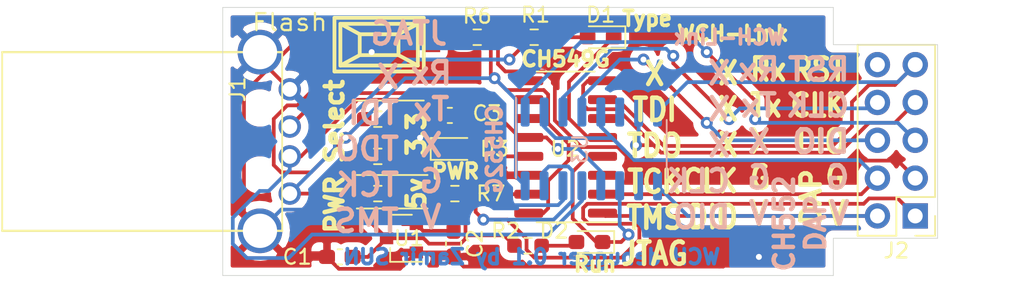
<source format=kicad_pcb>
(kicad_pcb (version 20171130) (host pcbnew 5.1.10-6.fc34)

  (general
    (thickness 1.6)
    (drawings 31)
    (tracks 286)
    (zones 0)
    (modules 19)
    (nets 21)
  )

  (page A4)
  (layers
    (0 F.Cu signal)
    (31 B.Cu signal)
    (32 B.Adhes user)
    (33 F.Adhes user)
    (34 B.Paste user)
    (35 F.Paste user)
    (36 B.SilkS user)
    (37 F.SilkS user)
    (38 B.Mask user)
    (39 F.Mask user)
    (40 Dwgs.User user)
    (41 Cmts.User user)
    (42 Eco1.User user)
    (43 Eco2.User user)
    (44 Edge.Cuts user)
    (45 Margin user)
    (46 B.CrtYd user)
    (47 F.CrtYd user)
    (48 B.Fab user)
    (49 F.Fab user)
  )

  (setup
    (last_trace_width 0.25)
    (trace_clearance 0.2)
    (zone_clearance 0.508)
    (zone_45_only no)
    (trace_min 0.2)
    (via_size 0.8)
    (via_drill 0.4)
    (via_min_size 0.4)
    (via_min_drill 0.3)
    (uvia_size 0.3)
    (uvia_drill 0.1)
    (uvias_allowed no)
    (uvia_min_size 0.2)
    (uvia_min_drill 0.1)
    (edge_width 0.05)
    (segment_width 0.2)
    (pcb_text_width 0.3)
    (pcb_text_size 1.5 1.5)
    (mod_edge_width 0.12)
    (mod_text_size 1 1)
    (mod_text_width 0.15)
    (pad_size 1.524 1.524)
    (pad_drill 0.762)
    (pad_to_mask_clearance 0)
    (aux_axis_origin 0 0)
    (visible_elements FFFFFF7F)
    (pcbplotparams
      (layerselection 0x010fc_ffffffff)
      (usegerberextensions false)
      (usegerberattributes true)
      (usegerberadvancedattributes true)
      (creategerberjobfile true)
      (excludeedgelayer true)
      (linewidth 0.100000)
      (plotframeref false)
      (viasonmask false)
      (mode 1)
      (useauxorigin false)
      (hpglpennumber 1)
      (hpglpenspeed 20)
      (hpglpendiameter 15.000000)
      (psnegative false)
      (psa4output false)
      (plotreference true)
      (plotvalue true)
      (plotinvisibletext false)
      (padsonsilk false)
      (subtractmaskfromsilk false)
      (outputformat 1)
      (mirror false)
      (drillshape 0)
      (scaleselection 1)
      (outputdirectory "gerber"))
  )

  (net 0 "")
  (net 1 GND)
  (net 2 /5V)
  (net 3 /3v3)
  (net 4 /VDD)
  (net 5 "Net-(D1-Pad2)")
  (net 6 /LED_Type)
  (net 7 "Net-(D2-Pad2)")
  (net 8 /LED_Run)
  (net 9 /USB_DP)
  (net 10 /USB_DM)
  (net 11 /TGT_Rx)
  (net 12 /TDI)
  (net 13 /TGT_Tx)
  (net 14 /TDO)
  (net 15 /DUINO_DIO)
  (net 16 /CLK_TCK)
  (net 17 /DIO_TMS)
  (net 18 /V33)
  (net 19 "Net-(R6-Pad1)")
  (net 20 "Net-(D3-Pad2)")

  (net_class Default "This is the default net class."
    (clearance 0.2)
    (trace_width 0.25)
    (via_dia 0.8)
    (via_drill 0.4)
    (uvia_dia 0.3)
    (uvia_drill 0.1)
    (add_net /3v3)
    (add_net /5V)
    (add_net /CLK_TCK)
    (add_net /DIO_TMS)
    (add_net /DUINO_DIO)
    (add_net /LED_Run)
    (add_net /LED_Type)
    (add_net /TDI)
    (add_net /TDO)
    (add_net /TGT_Rx)
    (add_net /TGT_Tx)
    (add_net /USB_DM)
    (add_net /USB_DP)
    (add_net /V33)
    (add_net /VDD)
    (add_net GND)
    (add_net "Net-(D1-Pad2)")
    (add_net "Net-(D2-Pad2)")
    (add_net "Net-(D3-Pad2)")
    (add_net "Net-(R6-Pad1)")
  )

  (module Resistor_SMD:R_0603_1608Metric_Pad0.98x0.95mm_HandSolder (layer F.Cu) (tedit 5F68FEEE) (tstamp 61A4DB53)
    (at 85.0875 47 180)
    (descr "Resistor SMD 0603 (1608 Metric), square (rectangular) end terminal, IPC_7351 nominal with elongated pad for handsoldering. (Body size source: IPC-SM-782 page 72, https://www.pcb-3d.com/wordpress/wp-content/uploads/ipc-sm-782a_amendment_1_and_2.pdf), generated with kicad-footprint-generator")
    (tags "resistor handsolder")
    (path /61A51F1E)
    (attr smd)
    (fp_text reference R7 (at -2.4125 0) (layer F.SilkS)
      (effects (font (size 1 1) (thickness 0.15)))
    )
    (fp_text value 1k (at 0 1.43) (layer F.Fab)
      (effects (font (size 1 1) (thickness 0.15)))
    )
    (fp_text user %R (at 0 0) (layer F.Fab)
      (effects (font (size 0.4 0.4) (thickness 0.06)))
    )
    (fp_line (start -0.8 0.4125) (end -0.8 -0.4125) (layer F.Fab) (width 0.1))
    (fp_line (start -0.8 -0.4125) (end 0.8 -0.4125) (layer F.Fab) (width 0.1))
    (fp_line (start 0.8 -0.4125) (end 0.8 0.4125) (layer F.Fab) (width 0.1))
    (fp_line (start 0.8 0.4125) (end -0.8 0.4125) (layer F.Fab) (width 0.1))
    (fp_line (start -0.254724 -0.5225) (end 0.254724 -0.5225) (layer F.SilkS) (width 0.12))
    (fp_line (start -0.254724 0.5225) (end 0.254724 0.5225) (layer F.SilkS) (width 0.12))
    (fp_line (start -1.65 0.73) (end -1.65 -0.73) (layer F.CrtYd) (width 0.05))
    (fp_line (start -1.65 -0.73) (end 1.65 -0.73) (layer F.CrtYd) (width 0.05))
    (fp_line (start 1.65 -0.73) (end 1.65 0.73) (layer F.CrtYd) (width 0.05))
    (fp_line (start 1.65 0.73) (end -1.65 0.73) (layer F.CrtYd) (width 0.05))
    (pad 2 smd roundrect (at 0.9125 0 180) (size 0.975 0.95) (layers F.Cu F.Paste F.Mask) (roundrect_rratio 0.25)
      (net 2 /5V))
    (pad 1 smd roundrect (at -0.9125 0 180) (size 0.975 0.95) (layers F.Cu F.Paste F.Mask) (roundrect_rratio 0.25)
      (net 20 "Net-(D3-Pad2)"))
    (model ${KISYS3DMOD}/Resistor_SMD.3dshapes/R_0603_1608Metric.wrl
      (at (xyz 0 0 0))
      (scale (xyz 1 1 1))
      (rotate (xyz 0 0 0))
    )
  )

  (module LED_SMD:LED_0603_1608Metric_Pad1.05x0.95mm_HandSolder (layer F.Cu) (tedit 5F68FEF1) (tstamp 61A4DA1E)
    (at 85.125 44)
    (descr "LED SMD 0603 (1608 Metric), square (rectangular) end terminal, IPC_7351 nominal, (Body size source: http://www.tortai-tech.com/upload/download/2011102023233369053.pdf), generated with kicad-footprint-generator")
    (tags "LED handsolder")
    (path /61A52126)
    (attr smd)
    (fp_text reference D3 (at 2.625 0) (layer F.SilkS)
      (effects (font (size 1 1) (thickness 0.15)))
    )
    (fp_text value PWR (at 0 1.5) (layer F.SilkS)
      (effects (font (size 1 1) (thickness 0.25)))
    )
    (fp_text user %R (at 0 0) (layer F.Fab)
      (effects (font (size 0.4 0.4) (thickness 0.06)))
    )
    (fp_line (start 0.8 -0.4) (end -0.5 -0.4) (layer F.Fab) (width 0.1))
    (fp_line (start -0.5 -0.4) (end -0.8 -0.1) (layer F.Fab) (width 0.1))
    (fp_line (start -0.8 -0.1) (end -0.8 0.4) (layer F.Fab) (width 0.1))
    (fp_line (start -0.8 0.4) (end 0.8 0.4) (layer F.Fab) (width 0.1))
    (fp_line (start 0.8 0.4) (end 0.8 -0.4) (layer F.Fab) (width 0.1))
    (fp_line (start 0.8 -0.735) (end -1.66 -0.735) (layer F.SilkS) (width 0.12))
    (fp_line (start -1.66 -0.735) (end -1.66 0.735) (layer F.SilkS) (width 0.12))
    (fp_line (start -1.66 0.735) (end 0.8 0.735) (layer F.SilkS) (width 0.12))
    (fp_line (start -1.65 0.73) (end -1.65 -0.73) (layer F.CrtYd) (width 0.05))
    (fp_line (start -1.65 -0.73) (end 1.65 -0.73) (layer F.CrtYd) (width 0.05))
    (fp_line (start 1.65 -0.73) (end 1.65 0.73) (layer F.CrtYd) (width 0.05))
    (fp_line (start 1.65 0.73) (end -1.65 0.73) (layer F.CrtYd) (width 0.05))
    (pad 2 smd roundrect (at 0.875 0) (size 1.05 0.95) (layers F.Cu F.Paste F.Mask) (roundrect_rratio 0.25)
      (net 20 "Net-(D3-Pad2)"))
    (pad 1 smd roundrect (at -0.875 0) (size 1.05 0.95) (layers F.Cu F.Paste F.Mask) (roundrect_rratio 0.25)
      (net 1 GND))
    (model ${KISYS3DMOD}/LED_SMD.3dshapes/LED_0603_1608Metric.wrl
      (at (xyz 0 0 0))
      (scale (xyz 1 1 1))
      (rotate (xyz 0 0 0))
    )
  )

  (module Package_SO:SOIC-16_3.9x9.9mm_P1.27mm (layer B.Cu) (tedit 5D9F72B1) (tstamp 61A35975)
    (at 94.25 44 270)
    (descr "SOIC, 16 Pin (JEDEC MS-012AC, https://www.analog.com/media/en/package-pcb-resources/package/pkg_pdf/soic_narrow-r/r_16.pdf), generated with kicad-footprint-generator ipc_gullwing_generator.py")
    (tags "SOIC SO")
    (path /61A749B5)
    (attr smd)
    (fp_text reference U3 (at 0 0.75 90) (layer B.SilkS)
      (effects (font (size 1 1) (thickness 0.15)) (justify mirror))
    )
    (fp_text value CH552G (at 0 6.5 90) (layer B.SilkS)
      (effects (font (size 1 1) (thickness 0.25)) (justify mirror))
    )
    (fp_line (start 3.7 5.2) (end -3.7 5.2) (layer B.CrtYd) (width 0.05))
    (fp_line (start 3.7 -5.2) (end 3.7 5.2) (layer B.CrtYd) (width 0.05))
    (fp_line (start -3.7 -5.2) (end 3.7 -5.2) (layer B.CrtYd) (width 0.05))
    (fp_line (start -3.7 5.2) (end -3.7 -5.2) (layer B.CrtYd) (width 0.05))
    (fp_line (start -1.95 3.975) (end -0.975 4.95) (layer B.Fab) (width 0.1))
    (fp_line (start -1.95 -4.95) (end -1.95 3.975) (layer B.Fab) (width 0.1))
    (fp_line (start 1.95 -4.95) (end -1.95 -4.95) (layer B.Fab) (width 0.1))
    (fp_line (start 1.95 4.95) (end 1.95 -4.95) (layer B.Fab) (width 0.1))
    (fp_line (start -0.975 4.95) (end 1.95 4.95) (layer B.Fab) (width 0.1))
    (fp_line (start 0 5.06) (end -3.45 5.06) (layer B.SilkS) (width 0.12))
    (fp_line (start 0 5.06) (end 1.95 5.06) (layer B.SilkS) (width 0.12))
    (fp_line (start 0 -5.06) (end -1.95 -5.06) (layer B.SilkS) (width 0.12))
    (fp_line (start 0 -5.06) (end 1.95 -5.06) (layer B.SilkS) (width 0.12))
    (fp_text user %R (at 0 0 90) (layer B.Fab)
      (effects (font (size 0.98 0.98) (thickness 0.15)) (justify mirror))
    )
    (pad 16 smd roundrect (at 2.475 4.445 270) (size 1.95 0.6) (layers B.Cu B.Paste B.Mask) (roundrect_rratio 0.25)
      (net 18 /V33))
    (pad 15 smd roundrect (at 2.475 3.175 270) (size 1.95 0.6) (layers B.Cu B.Paste B.Mask) (roundrect_rratio 0.25)
      (net 4 /VDD))
    (pad 14 smd roundrect (at 2.475 1.905 270) (size 1.95 0.6) (layers B.Cu B.Paste B.Mask) (roundrect_rratio 0.25)
      (net 1 GND))
    (pad 13 smd roundrect (at 2.475 0.635 270) (size 1.95 0.6) (layers B.Cu B.Paste B.Mask) (roundrect_rratio 0.25)
      (net 10 /USB_DM))
    (pad 12 smd roundrect (at 2.475 -0.635 270) (size 1.95 0.6) (layers B.Cu B.Paste B.Mask) (roundrect_rratio 0.25)
      (net 9 /USB_DP))
    (pad 11 smd roundrect (at 2.475 -1.905 270) (size 1.95 0.6) (layers B.Cu B.Paste B.Mask) (roundrect_rratio 0.25)
      (net 8 /LED_Run))
    (pad 10 smd roundrect (at 2.475 -3.175 270) (size 1.95 0.6) (layers B.Cu B.Paste B.Mask) (roundrect_rratio 0.25))
    (pad 9 smd roundrect (at 2.475 -4.445 270) (size 1.95 0.6) (layers B.Cu B.Paste B.Mask) (roundrect_rratio 0.25)
      (net 17 /DIO_TMS))
    (pad 8 smd roundrect (at -2.475 -4.445 270) (size 1.95 0.6) (layers B.Cu B.Paste B.Mask) (roundrect_rratio 0.25)
      (net 11 /TGT_Rx))
    (pad 7 smd roundrect (at -2.475 -3.175 270) (size 1.95 0.6) (layers B.Cu B.Paste B.Mask) (roundrect_rratio 0.25)
      (net 13 /TGT_Tx))
    (pad 6 smd roundrect (at -2.475 -1.905 270) (size 1.95 0.6) (layers B.Cu B.Paste B.Mask) (roundrect_rratio 0.25))
    (pad 5 smd roundrect (at -2.475 -0.635 270) (size 1.95 0.6) (layers B.Cu B.Paste B.Mask) (roundrect_rratio 0.25)
      (net 16 /CLK_TCK))
    (pad 4 smd roundrect (at -2.475 0.635 270) (size 1.95 0.6) (layers B.Cu B.Paste B.Mask) (roundrect_rratio 0.25)
      (net 14 /TDO))
    (pad 3 smd roundrect (at -2.475 1.905 270) (size 1.95 0.6) (layers B.Cu B.Paste B.Mask) (roundrect_rratio 0.25)
      (net 12 /TDI))
    (pad 2 smd roundrect (at -2.475 3.175 270) (size 1.95 0.6) (layers B.Cu B.Paste B.Mask) (roundrect_rratio 0.25)
      (net 16 /CLK_TCK))
    (pad 1 smd roundrect (at -2.475 4.445 270) (size 1.95 0.6) (layers B.Cu B.Paste B.Mask) (roundrect_rratio 0.25)
      (net 15 /DUINO_DIO))
    (model ${KISYS3DMOD}/Package_SO.3dshapes/SOIC-16_3.9x9.9mm_P1.27mm.wrl
      (at (xyz 0 0 0))
      (scale (xyz 1 1 1))
      (rotate (xyz 0 0 0))
    )
  )

  (module Package_SO:SOIC-16_3.9x9.9mm_P1.27mm (layer F.Cu) (tedit 5D9F72B1) (tstamp 61A35953)
    (at 92.525 43.865 180)
    (descr "SOIC, 16 Pin (JEDEC MS-012AC, https://www.analog.com/media/en/package-pcb-resources/package/pkg_pdf/soic_narrow-r/r_16.pdf), generated with kicad-footprint-generator ipc_gullwing_generator.py")
    (tags "SOIC SO")
    (path /61A3C50A)
    (attr smd)
    (fp_text reference U2 (at 0.025 -0.135) (layer F.SilkS)
      (effects (font (size 1 1) (thickness 0.15)))
    )
    (fp_text value CH549G (at 0 5.9) (layer F.SilkS)
      (effects (font (size 1 1) (thickness 0.25)))
    )
    (fp_line (start 3.7 -5.2) (end -3.7 -5.2) (layer F.CrtYd) (width 0.05))
    (fp_line (start 3.7 5.2) (end 3.7 -5.2) (layer F.CrtYd) (width 0.05))
    (fp_line (start -3.7 5.2) (end 3.7 5.2) (layer F.CrtYd) (width 0.05))
    (fp_line (start -3.7 -5.2) (end -3.7 5.2) (layer F.CrtYd) (width 0.05))
    (fp_line (start -1.95 -3.975) (end -0.975 -4.95) (layer F.Fab) (width 0.1))
    (fp_line (start -1.95 4.95) (end -1.95 -3.975) (layer F.Fab) (width 0.1))
    (fp_line (start 1.95 4.95) (end -1.95 4.95) (layer F.Fab) (width 0.1))
    (fp_line (start 1.95 -4.95) (end 1.95 4.95) (layer F.Fab) (width 0.1))
    (fp_line (start -0.975 -4.95) (end 1.95 -4.95) (layer F.Fab) (width 0.1))
    (fp_line (start 0 -5.06) (end -3.45 -5.06) (layer F.SilkS) (width 0.12))
    (fp_line (start 0 -5.06) (end 1.95 -5.06) (layer F.SilkS) (width 0.12))
    (fp_line (start 0 5.06) (end -1.95 5.06) (layer F.SilkS) (width 0.12))
    (fp_line (start 0 5.06) (end 1.95 5.06) (layer F.SilkS) (width 0.12))
    (fp_text user %R (at 0 0) (layer F.Fab)
      (effects (font (size 0.98 0.98) (thickness 0.15)))
    )
    (pad 16 smd roundrect (at 2.475 -4.445 180) (size 1.95 0.6) (layers F.Cu F.Paste F.Mask) (roundrect_rratio 0.25)
      (net 18 /V33))
    (pad 15 smd roundrect (at 2.475 -3.175 180) (size 1.95 0.6) (layers F.Cu F.Paste F.Mask) (roundrect_rratio 0.25)
      (net 4 /VDD))
    (pad 14 smd roundrect (at 2.475 -1.905 180) (size 1.95 0.6) (layers F.Cu F.Paste F.Mask) (roundrect_rratio 0.25)
      (net 1 GND))
    (pad 13 smd roundrect (at 2.475 -0.635 180) (size 1.95 0.6) (layers F.Cu F.Paste F.Mask) (roundrect_rratio 0.25)
      (net 10 /USB_DM))
    (pad 12 smd roundrect (at 2.475 0.635 180) (size 1.95 0.6) (layers F.Cu F.Paste F.Mask) (roundrect_rratio 0.25)
      (net 9 /USB_DP))
    (pad 11 smd roundrect (at 2.475 1.905 180) (size 1.95 0.6) (layers F.Cu F.Paste F.Mask) (roundrect_rratio 0.25))
    (pad 10 smd roundrect (at 2.475 3.175 180) (size 1.95 0.6) (layers F.Cu F.Paste F.Mask) (roundrect_rratio 0.25))
    (pad 9 smd roundrect (at 2.475 4.445 180) (size 1.95 0.6) (layers F.Cu F.Paste F.Mask) (roundrect_rratio 0.25))
    (pad 8 smd roundrect (at -2.475 4.445 180) (size 1.95 0.6) (layers F.Cu F.Paste F.Mask) (roundrect_rratio 0.25)
      (net 13 /TGT_Tx))
    (pad 7 smd roundrect (at -2.475 3.175 180) (size 1.95 0.6) (layers F.Cu F.Paste F.Mask) (roundrect_rratio 0.25)
      (net 11 /TGT_Rx))
    (pad 6 smd roundrect (at -2.475 1.905 180) (size 1.95 0.6) (layers F.Cu F.Paste F.Mask) (roundrect_rratio 0.25))
    (pad 5 smd roundrect (at -2.475 0.635 180) (size 1.95 0.6) (layers F.Cu F.Paste F.Mask) (roundrect_rratio 0.25)
      (net 6 /LED_Type))
    (pad 4 smd roundrect (at -2.475 -0.635 180) (size 1.95 0.6) (layers F.Cu F.Paste F.Mask) (roundrect_rratio 0.25)
      (net 8 /LED_Run))
    (pad 3 smd roundrect (at -2.475 -1.905 180) (size 1.95 0.6) (layers F.Cu F.Paste F.Mask) (roundrect_rratio 0.25))
    (pad 2 smd roundrect (at -2.475 -3.175 180) (size 1.95 0.6) (layers F.Cu F.Paste F.Mask) (roundrect_rratio 0.25)
      (net 16 /CLK_TCK))
    (pad 1 smd roundrect (at -2.475 -4.445 180) (size 1.95 0.6) (layers F.Cu F.Paste F.Mask) (roundrect_rratio 0.25)
      (net 17 /DIO_TMS))
    (model ${KISYS3DMOD}/Package_SO.3dshapes/SOIC-16_3.9x9.9mm_P1.27mm.wrl
      (at (xyz 0 0 0))
      (scale (xyz 1 1 1))
      (rotate (xyz 0 0 0))
    )
  )

  (module Package_TO_SOT_SMD:SOT-23 (layer F.Cu) (tedit 5A02FF57) (tstamp 61A35931)
    (at 81.5 50 180)
    (descr "SOT-23, Standard")
    (tags SOT-23)
    (path /61A318BE)
    (attr smd)
    (fp_text reference U1 (at -0.5 0) (layer F.SilkS)
      (effects (font (size 1 1) (thickness 0.15)))
    )
    (fp_text value MCP1700-3302E_SOT23 (at 0 2.5) (layer F.Fab)
      (effects (font (size 1 1) (thickness 0.15)))
    )
    (fp_line (start 0.76 1.58) (end -0.7 1.58) (layer F.SilkS) (width 0.12))
    (fp_line (start 0.76 -1.58) (end -1.4 -1.58) (layer F.SilkS) (width 0.12))
    (fp_line (start -1.7 1.75) (end -1.7 -1.75) (layer F.CrtYd) (width 0.05))
    (fp_line (start 1.7 1.75) (end -1.7 1.75) (layer F.CrtYd) (width 0.05))
    (fp_line (start 1.7 -1.75) (end 1.7 1.75) (layer F.CrtYd) (width 0.05))
    (fp_line (start -1.7 -1.75) (end 1.7 -1.75) (layer F.CrtYd) (width 0.05))
    (fp_line (start 0.76 -1.58) (end 0.76 -0.65) (layer F.SilkS) (width 0.12))
    (fp_line (start 0.76 1.58) (end 0.76 0.65) (layer F.SilkS) (width 0.12))
    (fp_line (start -0.7 1.52) (end 0.7 1.52) (layer F.Fab) (width 0.1))
    (fp_line (start 0.7 -1.52) (end 0.7 1.52) (layer F.Fab) (width 0.1))
    (fp_line (start -0.7 -0.95) (end -0.15 -1.52) (layer F.Fab) (width 0.1))
    (fp_line (start -0.15 -1.52) (end 0.7 -1.52) (layer F.Fab) (width 0.1))
    (fp_line (start -0.7 -0.95) (end -0.7 1.5) (layer F.Fab) (width 0.1))
    (fp_text user %R (at 0 0 90) (layer F.Fab)
      (effects (font (size 0.5 0.5) (thickness 0.075)))
    )
    (pad 3 smd rect (at 1 0 180) (size 0.9 0.8) (layers F.Cu F.Paste F.Mask)
      (net 2 /5V))
    (pad 2 smd rect (at -1 0.95 180) (size 0.9 0.8) (layers F.Cu F.Paste F.Mask)
      (net 3 /3v3))
    (pad 1 smd rect (at -1 -0.95 180) (size 0.9 0.8) (layers F.Cu F.Paste F.Mask)
      (net 1 GND))
    (model ${KISYS3DMOD}/Package_TO_SOT_SMD.3dshapes/SOT-23.wrl
      (at (xyz 0 0 0))
      (scale (xyz 1 1 1))
      (rotate (xyz 0 0 0))
    )
  )

  (module w_switch:smd_push (layer F.Cu) (tedit 0) (tstamp 61A3591C)
    (at 80 37 180)
    (descr "SMD Pushbutton")
    (path /61A39743)
    (autoplace_cost180 10)
    (fp_text reference SW1 (at 0 -2.70002) (layer F.Fab)
      (effects (font (size 1.143 1.27) (thickness 0.1524)))
    )
    (fp_text value Flash (at 6 1.5) (layer F.SilkS)
      (effects (font (size 1.143 1.27) (thickness 0.1524)))
    )
    (fp_line (start -2.99974 1.80086) (end -2.99974 -1.80086) (layer F.SilkS) (width 0.254))
    (fp_line (start 2.99974 1.80086) (end -2.99974 1.80086) (layer F.SilkS) (width 0.254))
    (fp_line (start 2.99974 -1.80086) (end 2.99974 1.80086) (layer F.SilkS) (width 0.254))
    (fp_line (start -2.99974 -1.80086) (end 2.99974 -1.80086) (layer F.SilkS) (width 0.254))
    (fp_line (start -1.30048 0.70104) (end -1.30048 -0.70104) (layer F.SilkS) (width 0.254))
    (fp_line (start 1.30048 0.70104) (end -1.30048 0.70104) (layer F.SilkS) (width 0.254))
    (fp_line (start 1.30048 -0.70104) (end 1.30048 0.70104) (layer F.SilkS) (width 0.254))
    (fp_line (start -1.30048 -0.70104) (end 1.30048 -0.70104) (layer F.SilkS) (width 0.254))
    (fp_line (start -2.60096 1.39954) (end -2.60096 -1.39954) (layer F.SilkS) (width 0.254))
    (fp_line (start 2.60096 1.39954) (end -2.60096 1.39954) (layer F.SilkS) (width 0.254))
    (fp_line (start 2.60096 -1.39954) (end 2.60096 1.39954) (layer F.SilkS) (width 0.254))
    (fp_line (start -2.60096 -1.39954) (end 2.60096 -1.39954) (layer F.SilkS) (width 0.254))
    (fp_line (start -2.60096 -1.39954) (end -1.30048 -0.70104) (layer F.SilkS) (width 0.254))
    (fp_line (start -1.30048 0.70104) (end -2.60096 1.39954) (layer F.SilkS) (width 0.254))
    (fp_line (start 1.30048 0.70104) (end 2.60096 1.39954) (layer F.SilkS) (width 0.254))
    (fp_line (start 1.30048 -0.70104) (end 2.60096 -1.39954) (layer F.SilkS) (width 0.254))
    (pad 2 smd rect (at 3.59918 0 180) (size 1.00076 1.00076) (layers F.Cu F.Paste F.Mask)
      (net 9 /USB_DP))
    (pad 1 smd rect (at -3.59918 0 180) (size 1.00076 1.00076) (layers F.Cu F.Paste F.Mask)
      (net 19 "Net-(R6-Pad1)"))
    (model walter/switch/smd_push.wrl
      (at (xyz 0 0 0))
      (scale (xyz 1 1 1))
      (rotate (xyz 0 0 0))
    )
  )

  (module Resistor_SMD:R_0603_1608Metric_Pad0.98x0.95mm_HandSolder (layer F.Cu) (tedit 5F68FEEE) (tstamp 61A35906)
    (at 86.5875 36.5)
    (descr "Resistor SMD 0603 (1608 Metric), square (rectangular) end terminal, IPC_7351 nominal with elongated pad for handsoldering. (Body size source: IPC-SM-782 page 72, https://www.pcb-3d.com/wordpress/wp-content/uploads/ipc-sm-782a_amendment_1_and_2.pdf), generated with kicad-footprint-generator")
    (tags "resistor handsolder")
    (path /61A38BDA)
    (attr smd)
    (fp_text reference R6 (at 0 -1.43) (layer F.SilkS)
      (effects (font (size 1 1) (thickness 0.15)))
    )
    (fp_text value 4.7k (at 0 1.43) (layer F.Fab)
      (effects (font (size 1 1) (thickness 0.15)))
    )
    (fp_line (start 1.65 0.73) (end -1.65 0.73) (layer F.CrtYd) (width 0.05))
    (fp_line (start 1.65 -0.73) (end 1.65 0.73) (layer F.CrtYd) (width 0.05))
    (fp_line (start -1.65 -0.73) (end 1.65 -0.73) (layer F.CrtYd) (width 0.05))
    (fp_line (start -1.65 0.73) (end -1.65 -0.73) (layer F.CrtYd) (width 0.05))
    (fp_line (start -0.254724 0.5225) (end 0.254724 0.5225) (layer F.SilkS) (width 0.12))
    (fp_line (start -0.254724 -0.5225) (end 0.254724 -0.5225) (layer F.SilkS) (width 0.12))
    (fp_line (start 0.8 0.4125) (end -0.8 0.4125) (layer F.Fab) (width 0.1))
    (fp_line (start 0.8 -0.4125) (end 0.8 0.4125) (layer F.Fab) (width 0.1))
    (fp_line (start -0.8 -0.4125) (end 0.8 -0.4125) (layer F.Fab) (width 0.1))
    (fp_line (start -0.8 0.4125) (end -0.8 -0.4125) (layer F.Fab) (width 0.1))
    (fp_text user %R (at 0 0) (layer F.Fab)
      (effects (font (size 0.4 0.4) (thickness 0.06)))
    )
    (pad 2 smd roundrect (at 0.9125 0) (size 0.975 0.95) (layers F.Cu F.Paste F.Mask) (roundrect_rratio 0.25)
      (net 18 /V33))
    (pad 1 smd roundrect (at -0.9125 0) (size 0.975 0.95) (layers F.Cu F.Paste F.Mask) (roundrect_rratio 0.25)
      (net 19 "Net-(R6-Pad1)"))
    (model ${KISYS3DMOD}/Resistor_SMD.3dshapes/R_0603_1608Metric.wrl
      (at (xyz 0 0 0))
      (scale (xyz 1 1 1))
      (rotate (xyz 0 0 0))
    )
  )

  (module Resistor_SMD:R_0603_1608Metric_Pad0.98x0.95mm_HandSolder (layer F.Cu) (tedit 5F68FEEE) (tstamp 61A358F5)
    (at 79.9125 42 180)
    (descr "Resistor SMD 0603 (1608 Metric), square (rectangular) end terminal, IPC_7351 nominal with elongated pad for handsoldering. (Body size source: IPC-SM-782 page 72, https://www.pcb-3d.com/wordpress/wp-content/uploads/ipc-sm-782a_amendment_1_and_2.pdf), generated with kicad-footprint-generator")
    (tags "resistor handsolder")
    (path /61A3884C)
    (attr smd)
    (fp_text reference R5 (at 2.9125 0) (layer F.Fab)
      (effects (font (size 1 1) (thickness 0.15)))
    )
    (fp_text value NC (at 0 1.43) (layer F.Fab)
      (effects (font (size 1 1) (thickness 0.15)))
    )
    (fp_line (start 1.65 0.73) (end -1.65 0.73) (layer F.CrtYd) (width 0.05))
    (fp_line (start 1.65 -0.73) (end 1.65 0.73) (layer F.CrtYd) (width 0.05))
    (fp_line (start -1.65 -0.73) (end 1.65 -0.73) (layer F.CrtYd) (width 0.05))
    (fp_line (start -1.65 0.73) (end -1.65 -0.73) (layer F.CrtYd) (width 0.05))
    (fp_line (start -0.254724 0.5225) (end 0.254724 0.5225) (layer F.SilkS) (width 0.12))
    (fp_line (start -0.254724 -0.5225) (end 0.254724 -0.5225) (layer F.SilkS) (width 0.12))
    (fp_line (start 0.8 0.4125) (end -0.8 0.4125) (layer F.Fab) (width 0.1))
    (fp_line (start 0.8 -0.4125) (end 0.8 0.4125) (layer F.Fab) (width 0.1))
    (fp_line (start -0.8 -0.4125) (end 0.8 -0.4125) (layer F.Fab) (width 0.1))
    (fp_line (start -0.8 0.4125) (end -0.8 -0.4125) (layer F.Fab) (width 0.1))
    (fp_text user %R (at 0 0) (layer F.Fab)
      (effects (font (size 0.4 0.4) (thickness 0.06)))
    )
    (pad 2 smd roundrect (at 0.9125 0 180) (size 0.975 0.95) (layers F.Cu F.Paste F.Mask) (roundrect_rratio 0.25)
      (net 18 /V33))
    (pad 1 smd roundrect (at -0.9125 0 180) (size 0.975 0.95) (layers F.Cu F.Paste F.Mask) (roundrect_rratio 0.25)
      (net 4 /VDD))
    (model ${KISYS3DMOD}/Resistor_SMD.3dshapes/R_0603_1608Metric.wrl
      (at (xyz 0 0 0))
      (scale (xyz 1 1 1))
      (rotate (xyz 0 0 0))
    )
  )

  (module Resistor_SMD:R_0603_1608Metric_Pad0.98x0.95mm_HandSolder (layer F.Cu) (tedit 5F68FEEE) (tstamp 61A358E4)
    (at 79.9125 44.5 180)
    (descr "Resistor SMD 0603 (1608 Metric), square (rectangular) end terminal, IPC_7351 nominal with elongated pad for handsoldering. (Body size source: IPC-SM-782 page 72, https://www.pcb-3d.com/wordpress/wp-content/uploads/ipc-sm-782a_amendment_1_and_2.pdf), generated with kicad-footprint-generator")
    (tags "resistor handsolder")
    (path /61A37727)
    (attr smd)
    (fp_text reference R4 (at 2.9125 0) (layer F.Fab)
      (effects (font (size 1 1) (thickness 0.15)))
    )
    (fp_text value NC (at 0 1.43) (layer F.Fab)
      (effects (font (size 1 1) (thickness 0.15)))
    )
    (fp_line (start 1.65 0.73) (end -1.65 0.73) (layer F.CrtYd) (width 0.05))
    (fp_line (start 1.65 -0.73) (end 1.65 0.73) (layer F.CrtYd) (width 0.05))
    (fp_line (start -1.65 -0.73) (end 1.65 -0.73) (layer F.CrtYd) (width 0.05))
    (fp_line (start -1.65 0.73) (end -1.65 -0.73) (layer F.CrtYd) (width 0.05))
    (fp_line (start -0.254724 0.5225) (end 0.254724 0.5225) (layer F.SilkS) (width 0.12))
    (fp_line (start -0.254724 -0.5225) (end 0.254724 -0.5225) (layer F.SilkS) (width 0.12))
    (fp_line (start 0.8 0.4125) (end -0.8 0.4125) (layer F.Fab) (width 0.1))
    (fp_line (start 0.8 -0.4125) (end 0.8 0.4125) (layer F.Fab) (width 0.1))
    (fp_line (start -0.8 -0.4125) (end 0.8 -0.4125) (layer F.Fab) (width 0.1))
    (fp_line (start -0.8 0.4125) (end -0.8 -0.4125) (layer F.Fab) (width 0.1))
    (fp_text user %R (at 0 0) (layer F.Fab)
      (effects (font (size 0.4 0.4) (thickness 0.06)))
    )
    (pad 2 smd roundrect (at 0.9125 0 180) (size 0.975 0.95) (layers F.Cu F.Paste F.Mask) (roundrect_rratio 0.25)
      (net 3 /3v3))
    (pad 1 smd roundrect (at -0.9125 0 180) (size 0.975 0.95) (layers F.Cu F.Paste F.Mask) (roundrect_rratio 0.25)
      (net 4 /VDD))
    (model ${KISYS3DMOD}/Resistor_SMD.3dshapes/R_0603_1608Metric.wrl
      (at (xyz 0 0 0))
      (scale (xyz 1 1 1))
      (rotate (xyz 0 0 0))
    )
  )

  (module Resistor_SMD:R_0603_1608Metric_Pad0.98x0.95mm_HandSolder (layer F.Cu) (tedit 5F68FEEE) (tstamp 61A358D3)
    (at 79.9125 47 180)
    (descr "Resistor SMD 0603 (1608 Metric), square (rectangular) end terminal, IPC_7351 nominal with elongated pad for handsoldering. (Body size source: IPC-SM-782 page 72, https://www.pcb-3d.com/wordpress/wp-content/uploads/ipc-sm-782a_amendment_1_and_2.pdf), generated with kicad-footprint-generator")
    (tags "resistor handsolder")
    (path /61A364ED)
    (attr smd)
    (fp_text reference R3 (at 2.9125 0) (layer F.Fab)
      (effects (font (size 1 1) (thickness 0.15)))
    )
    (fp_text value 0R (at 0 1.43) (layer F.Fab)
      (effects (font (size 1 1) (thickness 0.15)))
    )
    (fp_line (start 1.65 0.73) (end -1.65 0.73) (layer F.CrtYd) (width 0.05))
    (fp_line (start 1.65 -0.73) (end 1.65 0.73) (layer F.CrtYd) (width 0.05))
    (fp_line (start -1.65 -0.73) (end 1.65 -0.73) (layer F.CrtYd) (width 0.05))
    (fp_line (start -1.65 0.73) (end -1.65 -0.73) (layer F.CrtYd) (width 0.05))
    (fp_line (start -0.254724 0.5225) (end 0.254724 0.5225) (layer F.SilkS) (width 0.12))
    (fp_line (start -0.254724 -0.5225) (end 0.254724 -0.5225) (layer F.SilkS) (width 0.12))
    (fp_line (start 0.8 0.4125) (end -0.8 0.4125) (layer F.Fab) (width 0.1))
    (fp_line (start 0.8 -0.4125) (end 0.8 0.4125) (layer F.Fab) (width 0.1))
    (fp_line (start -0.8 -0.4125) (end 0.8 -0.4125) (layer F.Fab) (width 0.1))
    (fp_line (start -0.8 0.4125) (end -0.8 -0.4125) (layer F.Fab) (width 0.1))
    (fp_text user %R (at 0 0) (layer F.Fab)
      (effects (font (size 0.4 0.4) (thickness 0.06)))
    )
    (pad 2 smd roundrect (at 0.9125 0 180) (size 0.975 0.95) (layers F.Cu F.Paste F.Mask) (roundrect_rratio 0.25)
      (net 2 /5V))
    (pad 1 smd roundrect (at -0.9125 0 180) (size 0.975 0.95) (layers F.Cu F.Paste F.Mask) (roundrect_rratio 0.25)
      (net 4 /VDD))
    (model ${KISYS3DMOD}/Resistor_SMD.3dshapes/R_0603_1608Metric.wrl
      (at (xyz 0 0 0))
      (scale (xyz 1 1 1))
      (rotate (xyz 0 0 0))
    )
  )

  (module Resistor_SMD:R_0603_1608Metric_Pad0.98x0.95mm_HandSolder (layer F.Cu) (tedit 5F68FEEE) (tstamp 61A358C2)
    (at 90 50.5 180)
    (descr "Resistor SMD 0603 (1608 Metric), square (rectangular) end terminal, IPC_7351 nominal with elongated pad for handsoldering. (Body size source: IPC-SM-782 page 72, https://www.pcb-3d.com/wordpress/wp-content/uploads/ipc-sm-782a_amendment_1_and_2.pdf), generated with kicad-footprint-generator")
    (tags "resistor handsolder")
    (path /61A67EFA)
    (attr smd)
    (fp_text reference R2 (at 1.5 1) (layer F.SilkS)
      (effects (font (size 1 1) (thickness 0.15)))
    )
    (fp_text value 1k (at 0 1.43) (layer F.Fab)
      (effects (font (size 1 1) (thickness 0.15)))
    )
    (fp_line (start 1.65 0.73) (end -1.65 0.73) (layer F.CrtYd) (width 0.05))
    (fp_line (start 1.65 -0.73) (end 1.65 0.73) (layer F.CrtYd) (width 0.05))
    (fp_line (start -1.65 -0.73) (end 1.65 -0.73) (layer F.CrtYd) (width 0.05))
    (fp_line (start -1.65 0.73) (end -1.65 -0.73) (layer F.CrtYd) (width 0.05))
    (fp_line (start -0.254724 0.5225) (end 0.254724 0.5225) (layer F.SilkS) (width 0.12))
    (fp_line (start -0.254724 -0.5225) (end 0.254724 -0.5225) (layer F.SilkS) (width 0.12))
    (fp_line (start 0.8 0.4125) (end -0.8 0.4125) (layer F.Fab) (width 0.1))
    (fp_line (start 0.8 -0.4125) (end 0.8 0.4125) (layer F.Fab) (width 0.1))
    (fp_line (start -0.8 -0.4125) (end 0.8 -0.4125) (layer F.Fab) (width 0.1))
    (fp_line (start -0.8 0.4125) (end -0.8 -0.4125) (layer F.Fab) (width 0.1))
    (fp_text user %R (at 0 0) (layer F.Fab)
      (effects (font (size 0.4 0.4) (thickness 0.06)))
    )
    (pad 2 smd roundrect (at 0.9125 0 180) (size 0.975 0.95) (layers F.Cu F.Paste F.Mask) (roundrect_rratio 0.25)
      (net 2 /5V))
    (pad 1 smd roundrect (at -0.9125 0 180) (size 0.975 0.95) (layers F.Cu F.Paste F.Mask) (roundrect_rratio 0.25)
      (net 7 "Net-(D2-Pad2)"))
    (model ${KISYS3DMOD}/Resistor_SMD.3dshapes/R_0603_1608Metric.wrl
      (at (xyz 0 0 0))
      (scale (xyz 1 1 1))
      (rotate (xyz 0 0 0))
    )
  )

  (module Resistor_SMD:R_0603_1608Metric_Pad0.98x0.95mm_HandSolder (layer F.Cu) (tedit 5F68FEEE) (tstamp 61A358B1)
    (at 90.4125 36.5 180)
    (descr "Resistor SMD 0603 (1608 Metric), square (rectangular) end terminal, IPC_7351 nominal with elongated pad for handsoldering. (Body size source: IPC-SM-782 page 72, https://www.pcb-3d.com/wordpress/wp-content/uploads/ipc-sm-782a_amendment_1_and_2.pdf), generated with kicad-footprint-generator")
    (tags "resistor handsolder")
    (path /61A67F00)
    (attr smd)
    (fp_text reference R1 (at -0.0875 1.5) (layer F.SilkS)
      (effects (font (size 1 1) (thickness 0.15)))
    )
    (fp_text value 1k (at 0 1.43) (layer F.Fab)
      (effects (font (size 1 1) (thickness 0.15)))
    )
    (fp_line (start 1.65 0.73) (end -1.65 0.73) (layer F.CrtYd) (width 0.05))
    (fp_line (start 1.65 -0.73) (end 1.65 0.73) (layer F.CrtYd) (width 0.05))
    (fp_line (start -1.65 -0.73) (end 1.65 -0.73) (layer F.CrtYd) (width 0.05))
    (fp_line (start -1.65 0.73) (end -1.65 -0.73) (layer F.CrtYd) (width 0.05))
    (fp_line (start -0.254724 0.5225) (end 0.254724 0.5225) (layer F.SilkS) (width 0.12))
    (fp_line (start -0.254724 -0.5225) (end 0.254724 -0.5225) (layer F.SilkS) (width 0.12))
    (fp_line (start 0.8 0.4125) (end -0.8 0.4125) (layer F.Fab) (width 0.1))
    (fp_line (start 0.8 -0.4125) (end 0.8 0.4125) (layer F.Fab) (width 0.1))
    (fp_line (start -0.8 -0.4125) (end 0.8 -0.4125) (layer F.Fab) (width 0.1))
    (fp_line (start -0.8 0.4125) (end -0.8 -0.4125) (layer F.Fab) (width 0.1))
    (fp_text user %R (at 0 0) (layer F.Fab)
      (effects (font (size 0.4 0.4) (thickness 0.06)))
    )
    (pad 2 smd roundrect (at 0.9125 0 180) (size 0.975 0.95) (layers F.Cu F.Paste F.Mask) (roundrect_rratio 0.25)
      (net 2 /5V))
    (pad 1 smd roundrect (at -0.9125 0 180) (size 0.975 0.95) (layers F.Cu F.Paste F.Mask) (roundrect_rratio 0.25)
      (net 5 "Net-(D1-Pad2)"))
    (model ${KISYS3DMOD}/Resistor_SMD.3dshapes/R_0603_1608Metric.wrl
      (at (xyz 0 0 0))
      (scale (xyz 1 1 1))
      (rotate (xyz 0 0 0))
    )
  )

  (module Connector_PinHeader_2.54mm:PinHeader_2x05_P2.54mm_Vertical (layer F.Cu) (tedit 59FED5CC) (tstamp 61A358A0)
    (at 116 48.5 180)
    (descr "Through hole straight pin header, 2x05, 2.54mm pitch, double rows")
    (tags "Through hole pin header THT 2x05 2.54mm double row")
    (path /61A9C3C2)
    (fp_text reference J2 (at 1.27 -2.33) (layer F.SilkS)
      (effects (font (size 1 1) (thickness 0.15)))
    )
    (fp_text value Conn_02x05_Odd_Even (at 1.27 12.49) (layer F.Fab)
      (effects (font (size 1 1) (thickness 0.15)))
    )
    (fp_line (start 4.35 -1.8) (end -1.8 -1.8) (layer F.CrtYd) (width 0.05))
    (fp_line (start 4.35 11.95) (end 4.35 -1.8) (layer F.CrtYd) (width 0.05))
    (fp_line (start -1.8 11.95) (end 4.35 11.95) (layer F.CrtYd) (width 0.05))
    (fp_line (start -1.8 -1.8) (end -1.8 11.95) (layer F.CrtYd) (width 0.05))
    (fp_line (start -1.33 -1.33) (end 0 -1.33) (layer F.SilkS) (width 0.12))
    (fp_line (start -1.33 0) (end -1.33 -1.33) (layer F.SilkS) (width 0.12))
    (fp_line (start 1.27 -1.33) (end 3.87 -1.33) (layer F.SilkS) (width 0.12))
    (fp_line (start 1.27 1.27) (end 1.27 -1.33) (layer F.SilkS) (width 0.12))
    (fp_line (start -1.33 1.27) (end 1.27 1.27) (layer F.SilkS) (width 0.12))
    (fp_line (start 3.87 -1.33) (end 3.87 11.49) (layer F.SilkS) (width 0.12))
    (fp_line (start -1.33 1.27) (end -1.33 11.49) (layer F.SilkS) (width 0.12))
    (fp_line (start -1.33 11.49) (end 3.87 11.49) (layer F.SilkS) (width 0.12))
    (fp_line (start -1.27 0) (end 0 -1.27) (layer F.Fab) (width 0.1))
    (fp_line (start -1.27 11.43) (end -1.27 0) (layer F.Fab) (width 0.1))
    (fp_line (start 3.81 11.43) (end -1.27 11.43) (layer F.Fab) (width 0.1))
    (fp_line (start 3.81 -1.27) (end 3.81 11.43) (layer F.Fab) (width 0.1))
    (fp_line (start 0 -1.27) (end 3.81 -1.27) (layer F.Fab) (width 0.1))
    (fp_text user %R (at 1.27 5.08 90) (layer F.Fab)
      (effects (font (size 1 1) (thickness 0.15)))
    )
    (pad 10 thru_hole oval (at 2.54 10.16 180) (size 1.7 1.7) (drill 1) (layers *.Cu *.Mask))
    (pad 9 thru_hole oval (at 0 10.16 180) (size 1.7 1.7) (drill 1) (layers *.Cu *.Mask)
      (net 11 /TGT_Rx))
    (pad 8 thru_hole oval (at 2.54 7.62 180) (size 1.7 1.7) (drill 1) (layers *.Cu *.Mask)
      (net 12 /TDI))
    (pad 7 thru_hole oval (at 0 7.62 180) (size 1.7 1.7) (drill 1) (layers *.Cu *.Mask)
      (net 13 /TGT_Tx))
    (pad 6 thru_hole oval (at 2.54 5.08 180) (size 1.7 1.7) (drill 1) (layers *.Cu *.Mask)
      (net 14 /TDO))
    (pad 5 thru_hole oval (at 0 5.08 180) (size 1.7 1.7) (drill 1) (layers *.Cu *.Mask)
      (net 15 /DUINO_DIO))
    (pad 4 thru_hole oval (at 2.54 2.54 180) (size 1.7 1.7) (drill 1) (layers *.Cu *.Mask)
      (net 16 /CLK_TCK))
    (pad 3 thru_hole oval (at 0 2.54 180) (size 1.7 1.7) (drill 1) (layers *.Cu *.Mask)
      (net 1 GND))
    (pad 2 thru_hole oval (at 2.54 0 180) (size 1.7 1.7) (drill 1) (layers *.Cu *.Mask)
      (net 17 /DIO_TMS))
    (pad 1 thru_hole rect (at 0 0 180) (size 1.7 1.7) (drill 1) (layers *.Cu *.Mask)
      (net 4 /VDD))
    (model ${KISYS3DMOD}/Connector_PinHeader_2.54mm.3dshapes/PinHeader_2x05_P2.54mm_Vertical.wrl
      (at (xyz 0 0 0))
      (scale (xyz 1 1 1))
      (rotate (xyz 0 0 0))
    )
  )

  (module Icenowy_Connectors:USB_A_Plug (layer F.Cu) (tedit 603A6151) (tstamp 61A35880)
    (at 74 40 270)
    (descr "USB A plug")
    (tags "USB USB_A")
    (path /61A30727)
    (fp_text reference J1 (at 0 3.5 90) (layer F.SilkS)
      (effects (font (size 1 1) (thickness 0.15)))
    )
    (fp_text value USB_A (at 3.84 7.44 90) (layer F.Fab)
      (effects (font (size 1 1) (thickness 0.15)))
    )
    (fp_line (start -2.5 19.308) (end 9.5 19.308) (layer F.SilkS) (width 0.12))
    (fp_line (start -2.5 0.508) (end -2.5 19.308) (layer F.SilkS) (width 0.15))
    (fp_line (start -2.5 0.508) (end 9.5 0.508) (layer F.SilkS) (width 0.12))
    (fp_line (start -4.191 -1.397) (end 11.303 -1.397) (layer F.CrtYd) (width 0.05))
    (fp_line (start -4.191 19.431) (end 11.303 19.431) (layer F.CrtYd) (width 0.05))
    (fp_line (start 11.303 -1.397) (end 11.303 19.431) (layer F.CrtYd) (width 0.05))
    (fp_line (start -4.191 19.431) (end -4.191 -1.397) (layer F.CrtYd) (width 0.05))
    (fp_line (start 9.5 0.508) (end 9.5 19.308) (layer F.SilkS) (width 0.15))
    (pad "" np_thru_hole circle (at 1.25 2 180) (size 1.5 1.5) (drill 1.5) (layers *.Cu *.Mask))
    (pad 5 thru_hole circle (at -2.5 2 180) (size 3 3) (drill 2.3) (layers *.Cu *.Mask)
      (net 1 GND))
    (pad 5 thru_hole circle (at 9.5 2 180) (size 3 3) (drill 2.3) (layers *.Cu *.Mask)
      (net 1 GND))
    (pad 4 thru_hole circle (at 0 0 180) (size 1.5 1.5) (drill 1) (layers *.Cu *.Mask)
      (net 1 GND))
    (pad 3 thru_hole circle (at 2.5 0 180) (size 1.5 1.5) (drill 1) (layers *.Cu *.Mask)
      (net 9 /USB_DP))
    (pad 2 thru_hole circle (at 4.5 0 180) (size 1.5 1.5) (drill 1) (layers *.Cu *.Mask)
      (net 10 /USB_DM))
    (pad 1 thru_hole circle (at 7 0 180) (size 1.5 1.5) (drill 1) (layers *.Cu *.Mask)
      (net 2 /5V))
    (pad "" np_thru_hole circle (at 5.75 2 180) (size 1.5 1.5) (drill 1.5) (layers *.Cu *.Mask))
    (model /home/icenowy/kicad/packages/USB_A_Plug.step
      (offset (xyz 3.5 -20 0))
      (scale (xyz 1 1 1))
      (rotate (xyz -90 0 0))
    )
  )

  (module LED_SMD:LED_0603_1608Metric_Pad1.05x0.95mm_HandSolder (layer F.Cu) (tedit 5F68FEF1) (tstamp 61A3586C)
    (at 94.125 50.25 180)
    (descr "LED SMD 0603 (1608 Metric), square (rectangular) end terminal, IPC_7351 nominal, (Body size source: http://www.tortai-tech.com/upload/download/2011102023233369053.pdf), generated with kicad-footprint-generator")
    (tags "LED handsolder")
    (path /61A6B732)
    (attr smd)
    (fp_text reference D2 (at 2.375 0.75) (layer F.SilkS)
      (effects (font (size 1 1) (thickness 0.15)))
    )
    (fp_text value Red (at 0 1.43) (layer F.Fab)
      (effects (font (size 1 1) (thickness 0.15)))
    )
    (fp_line (start 1.65 0.73) (end -1.65 0.73) (layer F.CrtYd) (width 0.05))
    (fp_line (start 1.65 -0.73) (end 1.65 0.73) (layer F.CrtYd) (width 0.05))
    (fp_line (start -1.65 -0.73) (end 1.65 -0.73) (layer F.CrtYd) (width 0.05))
    (fp_line (start -1.65 0.73) (end -1.65 -0.73) (layer F.CrtYd) (width 0.05))
    (fp_line (start -1.66 0.735) (end 0.8 0.735) (layer F.SilkS) (width 0.12))
    (fp_line (start -1.66 -0.735) (end -1.66 0.735) (layer F.SilkS) (width 0.12))
    (fp_line (start 0.8 -0.735) (end -1.66 -0.735) (layer F.SilkS) (width 0.12))
    (fp_line (start 0.8 0.4) (end 0.8 -0.4) (layer F.Fab) (width 0.1))
    (fp_line (start -0.8 0.4) (end 0.8 0.4) (layer F.Fab) (width 0.1))
    (fp_line (start -0.8 -0.1) (end -0.8 0.4) (layer F.Fab) (width 0.1))
    (fp_line (start -0.5 -0.4) (end -0.8 -0.1) (layer F.Fab) (width 0.1))
    (fp_line (start 0.8 -0.4) (end -0.5 -0.4) (layer F.Fab) (width 0.1))
    (fp_text user %R (at 0 0) (layer F.Fab)
      (effects (font (size 0.4 0.4) (thickness 0.06)))
    )
    (pad 2 smd roundrect (at 0.875 0 180) (size 1.05 0.95) (layers F.Cu F.Paste F.Mask) (roundrect_rratio 0.25)
      (net 7 "Net-(D2-Pad2)"))
    (pad 1 smd roundrect (at -0.875 0 180) (size 1.05 0.95) (layers F.Cu F.Paste F.Mask) (roundrect_rratio 0.25)
      (net 8 /LED_Run))
    (model ${KISYS3DMOD}/LED_SMD.3dshapes/LED_0603_1608Metric.wrl
      (at (xyz 0 0 0))
      (scale (xyz 1 1 1))
      (rotate (xyz 0 0 0))
    )
  )

  (module LED_SMD:LED_0603_1608Metric_Pad1.05x0.95mm_HandSolder (layer F.Cu) (tedit 5F68FEF1) (tstamp 61A35859)
    (at 94.875 36.5 180)
    (descr "LED SMD 0603 (1608 Metric), square (rectangular) end terminal, IPC_7351 nominal, (Body size source: http://www.tortai-tech.com/upload/download/2011102023233369053.pdf), generated with kicad-footprint-generator")
    (tags "LED handsolder")
    (path /61A69A69)
    (attr smd)
    (fp_text reference D1 (at 0 1.5) (layer F.SilkS)
      (effects (font (size 1 1) (thickness 0.15)))
    )
    (fp_text value Blue (at 0 1.43) (layer F.Fab)
      (effects (font (size 1 1) (thickness 0.15)))
    )
    (fp_line (start 1.65 0.73) (end -1.65 0.73) (layer F.CrtYd) (width 0.05))
    (fp_line (start 1.65 -0.73) (end 1.65 0.73) (layer F.CrtYd) (width 0.05))
    (fp_line (start -1.65 -0.73) (end 1.65 -0.73) (layer F.CrtYd) (width 0.05))
    (fp_line (start -1.65 0.73) (end -1.65 -0.73) (layer F.CrtYd) (width 0.05))
    (fp_line (start -1.66 0.735) (end 0.8 0.735) (layer F.SilkS) (width 0.12))
    (fp_line (start -1.66 -0.735) (end -1.66 0.735) (layer F.SilkS) (width 0.12))
    (fp_line (start 0.8 -0.735) (end -1.66 -0.735) (layer F.SilkS) (width 0.12))
    (fp_line (start 0.8 0.4) (end 0.8 -0.4) (layer F.Fab) (width 0.1))
    (fp_line (start -0.8 0.4) (end 0.8 0.4) (layer F.Fab) (width 0.1))
    (fp_line (start -0.8 -0.1) (end -0.8 0.4) (layer F.Fab) (width 0.1))
    (fp_line (start -0.5 -0.4) (end -0.8 -0.1) (layer F.Fab) (width 0.1))
    (fp_line (start 0.8 -0.4) (end -0.5 -0.4) (layer F.Fab) (width 0.1))
    (fp_text user %R (at 0 0) (layer F.Fab)
      (effects (font (size 0.4 0.4) (thickness 0.06)))
    )
    (pad 2 smd roundrect (at 0.875 0 180) (size 1.05 0.95) (layers F.Cu F.Paste F.Mask) (roundrect_rratio 0.25)
      (net 5 "Net-(D1-Pad2)"))
    (pad 1 smd roundrect (at -0.875 0 180) (size 1.05 0.95) (layers F.Cu F.Paste F.Mask) (roundrect_rratio 0.25)
      (net 6 /LED_Type))
    (model ${KISYS3DMOD}/LED_SMD.3dshapes/LED_0603_1608Metric.wrl
      (at (xyz 0 0 0))
      (scale (xyz 1 1 1))
      (rotate (xyz 0 0 0))
    )
  )

  (module Capacitor_SMD:C_0603_1608Metric_Pad1.08x0.95mm_HandSolder (layer F.Cu) (tedit 5F68FEEF) (tstamp 61A35846)
    (at 84.75 41.75 180)
    (descr "Capacitor SMD 0603 (1608 Metric), square (rectangular) end terminal, IPC_7351 nominal with elongated pad for handsoldering. (Body size source: IPC-SM-782 page 76, https://www.pcb-3d.com/wordpress/wp-content/uploads/ipc-sm-782a_amendment_1_and_2.pdf), generated with kicad-footprint-generator")
    (tags "capacitor handsolder")
    (path /61A7EE3D)
    (attr smd)
    (fp_text reference C3 (at -2.5 0.1375) (layer F.SilkS)
      (effects (font (size 1 1) (thickness 0.15)))
    )
    (fp_text value 100nF (at 0 1.43) (layer F.Fab)
      (effects (font (size 1 1) (thickness 0.15)))
    )
    (fp_line (start 1.65 0.73) (end -1.65 0.73) (layer F.CrtYd) (width 0.05))
    (fp_line (start 1.65 -0.73) (end 1.65 0.73) (layer F.CrtYd) (width 0.05))
    (fp_line (start -1.65 -0.73) (end 1.65 -0.73) (layer F.CrtYd) (width 0.05))
    (fp_line (start -1.65 0.73) (end -1.65 -0.73) (layer F.CrtYd) (width 0.05))
    (fp_line (start -0.146267 0.51) (end 0.146267 0.51) (layer F.SilkS) (width 0.12))
    (fp_line (start -0.146267 -0.51) (end 0.146267 -0.51) (layer F.SilkS) (width 0.12))
    (fp_line (start 0.8 0.4) (end -0.8 0.4) (layer F.Fab) (width 0.1))
    (fp_line (start 0.8 -0.4) (end 0.8 0.4) (layer F.Fab) (width 0.1))
    (fp_line (start -0.8 -0.4) (end 0.8 -0.4) (layer F.Fab) (width 0.1))
    (fp_line (start -0.8 0.4) (end -0.8 -0.4) (layer F.Fab) (width 0.1))
    (fp_text user %R (at 0 0) (layer F.Fab)
      (effects (font (size 0.4 0.4) (thickness 0.06)))
    )
    (pad 2 smd roundrect (at 0.8625 0 180) (size 1.075 0.95) (layers F.Cu F.Paste F.Mask) (roundrect_rratio 0.25)
      (net 4 /VDD))
    (pad 1 smd roundrect (at -0.8625 0 180) (size 1.075 0.95) (layers F.Cu F.Paste F.Mask) (roundrect_rratio 0.25)
      (net 1 GND))
    (model ${KISYS3DMOD}/Capacitor_SMD.3dshapes/C_0603_1608Metric.wrl
      (at (xyz 0 0 0))
      (scale (xyz 1 1 1))
      (rotate (xyz 0 0 0))
    )
  )

  (module Capacitor_SMD:C_0603_1608Metric_Pad1.08x0.95mm_HandSolder (layer F.Cu) (tedit 5F68FEEF) (tstamp 61A35835)
    (at 85 50.3625 270)
    (descr "Capacitor SMD 0603 (1608 Metric), square (rectangular) end terminal, IPC_7351 nominal with elongated pad for handsoldering. (Body size source: IPC-SM-782 page 76, https://www.pcb-3d.com/wordpress/wp-content/uploads/ipc-sm-782a_amendment_1_and_2.pdf), generated with kicad-footprint-generator")
    (tags "capacitor handsolder")
    (path /61A32511)
    (attr smd)
    (fp_text reference C2 (at 0 -1.43 90) (layer F.SilkS)
      (effects (font (size 1 1) (thickness 0.15)))
    )
    (fp_text value 10uF (at 0 1.43 90) (layer F.Fab)
      (effects (font (size 1 1) (thickness 0.15)))
    )
    (fp_line (start 1.65 0.73) (end -1.65 0.73) (layer F.CrtYd) (width 0.05))
    (fp_line (start 1.65 -0.73) (end 1.65 0.73) (layer F.CrtYd) (width 0.05))
    (fp_line (start -1.65 -0.73) (end 1.65 -0.73) (layer F.CrtYd) (width 0.05))
    (fp_line (start -1.65 0.73) (end -1.65 -0.73) (layer F.CrtYd) (width 0.05))
    (fp_line (start -0.146267 0.51) (end 0.146267 0.51) (layer F.SilkS) (width 0.12))
    (fp_line (start -0.146267 -0.51) (end 0.146267 -0.51) (layer F.SilkS) (width 0.12))
    (fp_line (start 0.8 0.4) (end -0.8 0.4) (layer F.Fab) (width 0.1))
    (fp_line (start 0.8 -0.4) (end 0.8 0.4) (layer F.Fab) (width 0.1))
    (fp_line (start -0.8 -0.4) (end 0.8 -0.4) (layer F.Fab) (width 0.1))
    (fp_line (start -0.8 0.4) (end -0.8 -0.4) (layer F.Fab) (width 0.1))
    (fp_text user %R (at 0 0 90) (layer F.Fab)
      (effects (font (size 0.4 0.4) (thickness 0.06)))
    )
    (pad 2 smd roundrect (at 0.8625 0 270) (size 1.075 0.95) (layers F.Cu F.Paste F.Mask) (roundrect_rratio 0.25)
      (net 1 GND))
    (pad 1 smd roundrect (at -0.8625 0 270) (size 1.075 0.95) (layers F.Cu F.Paste F.Mask) (roundrect_rratio 0.25)
      (net 3 /3v3))
    (model ${KISYS3DMOD}/Capacitor_SMD.3dshapes/C_0603_1608Metric.wrl
      (at (xyz 0 0 0))
      (scale (xyz 1 1 1))
      (rotate (xyz 0 0 0))
    )
  )

  (module Capacitor_SMD:C_0603_1608Metric_Pad1.08x0.95mm_HandSolder (layer F.Cu) (tedit 5F68FEEF) (tstamp 61A35824)
    (at 77.3625 51.25 180)
    (descr "Capacitor SMD 0603 (1608 Metric), square (rectangular) end terminal, IPC_7351 nominal with elongated pad for handsoldering. (Body size source: IPC-SM-782 page 76, https://www.pcb-3d.com/wordpress/wp-content/uploads/ipc-sm-782a_amendment_1_and_2.pdf), generated with kicad-footprint-generator")
    (tags "capacitor handsolder")
    (path /61A3207C)
    (attr smd)
    (fp_text reference C1 (at 2.8625 0) (layer F.SilkS)
      (effects (font (size 1 1) (thickness 0.15)))
    )
    (fp_text value 10uF (at 0 1.43) (layer F.Fab)
      (effects (font (size 1 1) (thickness 0.15)))
    )
    (fp_line (start 1.65 0.73) (end -1.65 0.73) (layer F.CrtYd) (width 0.05))
    (fp_line (start 1.65 -0.73) (end 1.65 0.73) (layer F.CrtYd) (width 0.05))
    (fp_line (start -1.65 -0.73) (end 1.65 -0.73) (layer F.CrtYd) (width 0.05))
    (fp_line (start -1.65 0.73) (end -1.65 -0.73) (layer F.CrtYd) (width 0.05))
    (fp_line (start -0.146267 0.51) (end 0.146267 0.51) (layer F.SilkS) (width 0.12))
    (fp_line (start -0.146267 -0.51) (end 0.146267 -0.51) (layer F.SilkS) (width 0.12))
    (fp_line (start 0.8 0.4) (end -0.8 0.4) (layer F.Fab) (width 0.1))
    (fp_line (start 0.8 -0.4) (end 0.8 0.4) (layer F.Fab) (width 0.1))
    (fp_line (start -0.8 -0.4) (end 0.8 -0.4) (layer F.Fab) (width 0.1))
    (fp_line (start -0.8 0.4) (end -0.8 -0.4) (layer F.Fab) (width 0.1))
    (fp_text user %R (at 0 0) (layer F.Fab)
      (effects (font (size 0.4 0.4) (thickness 0.06)))
    )
    (pad 2 smd roundrect (at 0.8625 0 180) (size 1.075 0.95) (layers F.Cu F.Paste F.Mask) (roundrect_rratio 0.25)
      (net 1 GND))
    (pad 1 smd roundrect (at -0.8625 0 180) (size 1.075 0.95) (layers F.Cu F.Paste F.Mask) (roundrect_rratio 0.25)
      (net 2 /5V))
    (model ${KISYS3DMOD}/Capacitor_SMD.3dshapes/C_0603_1608Metric.wrl
      (at (xyz 0 0 0))
      (scale (xyz 1 1 1))
      (rotate (xyz 0 0 0))
    )
  )

  (gr_text "WCH debugger 0.1 by Zamir SUN" (at 90.25 51.25) (layer B.Cu)
    (effects (font (size 1 1) (thickness 0.25)) (justify mirror))
  )
  (gr_text JTAG (at 82 36.25) (layer B.SilkS)
    (effects (font (size 1.5 1.5) (thickness 0.3)) (justify mirror))
  )
  (gr_text "Rx\nTx\nX\nG\nV" (at 83.5 43.75) (layer B.SilkS) (tstamp 61A527E1)
    (effects (font (size 1.5 1.5) (thickness 0.3)) (justify mirror))
  )
  (gr_text "CH552\nDAP" (at 108.25 49 90) (layer B.SilkS) (tstamp 61A527BF)
    (effects (font (size 1.3 1.3) (thickness 0.3)))
  )
  (gr_text WCH-Link (at 103.5 36.5) (layer B.SilkS) (tstamp 61A527BB)
    (effects (font (size 1 1) (thickness 0.25)) (justify mirror))
  )
  (gr_text "X\nTDI\nTDO\nTCK\nTMS" (at 81.5 44) (layer B.SilkS) (tstamp 61A527A4)
    (effects (font (size 1.5 1.5) (thickness 0.3)) (justify left mirror))
  )
  (gr_text "X\nX\nX\nCLK\nDIO" (at 103.75 43.75) (layer B.SilkS) (tstamp 61A5279F)
    (effects (font (size 1.5 1.5) (thickness 0.3)) (justify left mirror))
  )
  (gr_text "Rx\nTx\nX\nG\nV" (at 105.5 43.5) (layer B.SilkS) (tstamp 61A5279A)
    (effects (font (size 1.5 1.5) (thickness 0.3)) (justify mirror))
  )
  (gr_text "RST\nCLK\nDIO\nG\nV" (at 111.75 43.5) (layer B.SilkS) (tstamp 61A52793)
    (effects (font (size 1.5 1.5) (thickness 0.3)) (justify left mirror))
  )
  (gr_text DAP (at 109 47.25 90) (layer F.SilkS)
    (effects (font (size 1.3 1.3) (thickness 0.3)))
  )
  (gr_text "RST\nCLK\nDIO\nG\nV" (at 111.5 43.5) (layer F.SilkS) (tstamp 61A52587)
    (effects (font (size 1.5 1.3) (thickness 0.3)) (justify right))
  )
  (gr_text WCH-Link (at 103.75 36.25) (layer F.SilkS)
    (effects (font (size 1 1) (thickness 0.25)))
  )
  (gr_text "X\nX\nX\nCLK\nDIO" (at 104.25 43.75) (layer F.SilkS) (tstamp 61A52304)
    (effects (font (size 1.5 1.3) (thickness 0.3)) (justify right))
  )
  (gr_text "Rx\nTx\nX\nG\nV" (at 104.75 43.5) (layer F.SilkS) (tstamp 61A52116)
    (effects (font (size 1.5 1.3) (thickness 0.3)) (justify left))
  )
  (gr_text "X\nTDI\nTDO\nTCK\nTMS\nJTAG" (at 98.5 45) (layer F.SilkS)
    (effects (font (size 1.5 1.3) (thickness 0.3)))
  )
  (gr_text "PWR Select" (at 77 44.5 90) (layer F.SilkS)
    (effects (font (size 1.2 1.2) (thickness 0.3)))
  )
  (gr_text Run (at 94.5 51.75) (layer F.SilkS)
    (effects (font (size 1 1) (thickness 0.25)))
  )
  (gr_text Type (at 98 35.25) (layer F.SilkS)
    (effects (font (size 1 1) (thickness 0.25)))
  )
  (gr_line (start 78.25 40.75) (end 83 40.75) (layer F.SilkS) (width 0.12))
  (gr_line (start 78.5 48) (end 83.25 48) (layer F.SilkS) (width 0.12))
  (gr_line (start 78.5 45.75) (end 83.25 45.75) (layer F.SilkS) (width 0.12))
  (gr_text 5v (at 82.5 47 90) (layer F.SilkS)
    (effects (font (size 1.2 1.2) (thickness 0.3)))
  )
  (gr_text 3.3 (at 82.5 43 90) (layer F.SilkS)
    (effects (font (size 1.2 1.2) (thickness 0.3)))
  )
  (gr_line (start 117.5 37) (end 110.5 37) (layer Edge.Cuts) (width 0.05) (tstamp 61A35B5D))
  (gr_line (start 117.5 50) (end 117.5 37) (layer Edge.Cuts) (width 0.05))
  (gr_line (start 110.5 50) (end 117.5 50) (layer Edge.Cuts) (width 0.05))
  (gr_line (start 110.5 52.5) (end 110.5 50) (layer Edge.Cuts) (width 0.05))
  (gr_line (start 110.5 34.5) (end 110.5 37) (layer Edge.Cuts) (width 0.05))
  (gr_line (start 69.5 34.5) (end 110.5 34.5) (layer Edge.Cuts) (width 0.05))
  (gr_line (start 69.5 52.5) (end 69.5 34.5) (layer Edge.Cuts) (width 0.05))
  (gr_line (start 110.5 52.5) (end 69.5 52.5) (layer Edge.Cuts) (width 0.05))

  (via (at 105.5 51.25) (size 0.8) (drill 0.4) (layers F.Cu B.Cu) (net 1))
  (via (at 102 42.25) (size 0.8) (drill 0.4) (layers F.Cu B.Cu) (net 14))
  (via (at 97.75 38) (size 0.8) (drill 0.4) (layers F.Cu B.Cu) (net 14))
  (via (at 99.75 37.75) (size 0.8) (drill 0.4) (layers F.Cu B.Cu) (net 12))
  (via (at 102 37.5) (size 0.8) (drill 0.4) (layers F.Cu B.Cu) (net 15))
  (via (at 103.5 42) (size 0.8) (drill 0.4) (layers F.Cu B.Cu) (net 12))
  (via (at 105.25 42) (size 0.8) (drill 0.4) (layers F.Cu B.Cu) (net 15))
  (via (at 97.25 43.75) (size 0.8) (drill 0.4) (layers F.Cu B.Cu) (net 13))
  (via (at 87 48.75) (size 0.8) (drill 0.4) (layers F.Cu B.Cu) (net 4))
  (via (at 96.75 49.75) (size 0.8) (drill 0.4) (layers F.Cu B.Cu) (net 8))
  (via (at 92 44) (size 0.8) (drill 0.4) (layers F.Cu B.Cu) (net 9))
  (via (at 82.75 43.25) (size 0.8) (drill 0.4) (layers F.Cu B.Cu) (net 1))
  (via (at 87.75 39.25) (size 0.8) (drill 0.4) (layers F.Cu B.Cu) (net 18))
  (via (at 88.75 38) (size 0.8) (drill 0.4) (layers F.Cu B.Cu) (net 2))
  (segment (start 72 49.5) (end 73.5 51) (width 0.25) (layer F.Cu) (net 1))
  (segment (start 76 51) (end 76.5 51.5) (width 0.25) (layer F.Cu) (net 1))
  (segment (start 73.5 51) (end 76 51) (width 0.25) (layer F.Cu) (net 1))
  (segment (start 84.725 50.95) (end 85 51.225) (width 0.25) (layer F.Cu) (net 1))
  (segment (start 82.5 50.95) (end 84.725 50.95) (width 0.25) (layer F.Cu) (net 1))
  (segment (start 81.39999 52.05001) (end 82.5 50.95) (width 0.25) (layer F.Cu) (net 1))
  (segment (start 77.30001 52.05001) (end 81.39999 52.05001) (width 0.25) (layer F.Cu) (net 1))
  (segment (start 76.5 51.25) (end 77.30001 52.05001) (width 0.25) (layer F.Cu) (net 1))
  (segment (start 85.6125 42.6375) (end 84.25 44) (width 0.25) (layer F.Cu) (net 1))
  (segment (start 85.6125 41.75) (end 85.6125 42.6375) (width 0.25) (layer F.Cu) (net 1))
  (segment (start 72 38) (end 72 37.5) (width 0.25) (layer F.Cu) (net 1))
  (segment (start 74 40) (end 72 38) (width 0.25) (layer F.Cu) (net 1))
  (segment (start 70.500001 48.000001) (end 72 49.5) (width 0.25) (layer F.Cu) (net 1))
  (segment (start 70.500001 38.999999) (end 70.500001 48.000001) (width 0.25) (layer F.Cu) (net 1))
  (segment (start 72 37.5) (end 70.500001 38.999999) (width 0.25) (layer F.Cu) (net 1))
  (segment (start 83.5 44) (end 82.75 43.25) (width 0.25) (layer F.Cu) (net 1))
  (segment (start 84.25 44) (end 83.5 44) (width 0.25) (layer F.Cu) (net 1))
  (segment (start 90.03 45.75) (end 90.05 45.77) (width 0.25) (layer F.Cu) (net 1))
  (segment (start 86.85001 42.98751) (end 86.85001 45.60001) (width 0.25) (layer F.Cu) (net 1))
  (segment (start 85.6125 41.75) (end 86.85001 42.98751) (width 0.25) (layer F.Cu) (net 1))
  (segment (start 87 45.75) (end 88.5 45.75) (width 0.25) (layer F.Cu) (net 1))
  (segment (start 88.5 45.75) (end 90.03 45.75) (width 0.25) (layer F.Cu) (net 1))
  (segment (start 86.85001 45.60001) (end 87 45.75) (width 0.25) (layer F.Cu) (net 1))
  (segment (start 87.75 45.75) (end 88.5 45.75) (width 0.25) (layer F.Cu) (net 1))
  (segment (start 85.275 51.5) (end 85 51.225) (width 0.25) (layer F.Cu) (net 1))
  (segment (start 87.27501 47.77501) (end 82.75 43.25) (width 0.25) (layer B.Cu) (net 1))
  (segment (start 92.01999 47.77501) (end 87.27501 47.77501) (width 0.25) (layer B.Cu) (net 1))
  (segment (start 92.345 47.45) (end 92.01999 47.77501) (width 0.25) (layer B.Cu) (net 1))
  (segment (start 92.345 46.475) (end 92.345 47.45) (width 0.25) (layer B.Cu) (net 1))
  (segment (start 73.424999 48.075001) (end 72 49.5) (width 0.25) (layer B.Cu) (net 1))
  (segment (start 77.924999 48.075001) (end 73.424999 48.075001) (width 0.25) (layer B.Cu) (net 1))
  (segment (start 82.75 43.25) (end 77.924999 48.075001) (width 0.25) (layer B.Cu) (net 1))
  (segment (start 70.924999 48.424999) (end 72 49.5) (width 0.25) (layer F.Cu) (net 1))
  (segment (start 75.928667 35.249981) (end 70.924999 40.253649) (width 0.25) (layer F.Cu) (net 1))
  (segment (start 87.532991 35.249981) (end 75.928667 35.249981) (width 0.25) (layer F.Cu) (net 1))
  (segment (start 88.31251 36.9705) (end 88.31251 36.0295) (width 0.25) (layer F.Cu) (net 1))
  (segment (start 70.924999 40.253649) (end 70.924999 48.424999) (width 0.25) (layer F.Cu) (net 1))
  (segment (start 88.471738 38.79499) (end 87.983 38.306252) (width 0.25) (layer F.Cu) (net 1))
  (segment (start 91.071758 38.79499) (end 88.471738 38.79499) (width 0.25) (layer F.Cu) (net 1))
  (segment (start 87.983 38.306252) (end 87.983 37.30001) (width 0.25) (layer F.Cu) (net 1))
  (segment (start 91.80002 39.523252) (end 91.071758 38.79499) (width 0.25) (layer F.Cu) (net 1))
  (segment (start 87.983 37.30001) (end 88.31251 36.9705) (width 0.25) (layer F.Cu) (net 1))
  (segment (start 91.80002 42.090608) (end 91.80002 39.523252) (width 0.25) (layer F.Cu) (net 1))
  (segment (start 93.584402 43.87499) (end 91.80002 42.090608) (width 0.25) (layer F.Cu) (net 1))
  (segment (start 96.021758 43.87499) (end 93.584402 43.87499) (width 0.25) (layer F.Cu) (net 1))
  (segment (start 96.931767 44.784999) (end 96.021758 43.87499) (width 0.25) (layer F.Cu) (net 1))
  (segment (start 88.31251 36.0295) (end 87.532991 35.249981) (width 0.25) (layer F.Cu) (net 1))
  (segment (start 116 45.96) (end 114.824999 44.784999) (width 0.25) (layer F.Cu) (net 1))
  (segment (start 114.824999 44.784999) (end 96.931767 44.784999) (width 0.25) (layer F.Cu) (net 1))
  (segment (start 85.674999 51.899999) (end 85 51.225) (width 0.25) (layer F.Cu) (net 1))
  (segment (start 103.5 51.5) (end 103.100001 51.899999) (width 0.25) (layer F.Cu) (net 1))
  (via (at 79.5 37.5) (size 0.8) (drill 0.4) (layers F.Cu B.Cu) (net 1))
  (segment (start 103.5 51.25) (end 102.850001 51.899999) (width 0.25) (layer F.Cu) (net 1))
  (segment (start 105.5 51.25) (end 103.5 51.25) (width 0.25) (layer F.Cu) (net 1))
  (segment (start 102.850001 51.899999) (end 85.674999 51.899999) (width 0.25) (layer F.Cu) (net 1))
  (segment (start 103.100001 51.899999) (end 102.850001 51.899999) (width 0.25) (layer F.Cu) (net 1))
  (segment (start 78.225 51.5) (end 78.225 51.225) (width 0.25) (layer F.Cu) (net 2))
  (segment (start 79 48.5) (end 80.5 50) (width 0.25) (layer F.Cu) (net 2))
  (segment (start 79 47) (end 79 48.5) (width 0.25) (layer F.Cu) (net 2))
  (segment (start 79.25 51.25) (end 80.5 50) (width 0.25) (layer F.Cu) (net 2))
  (segment (start 78.225 51.25) (end 79.25 51.25) (width 0.25) (layer F.Cu) (net 2))
  (segment (start 74 47) (end 79 47) (width 0.25) (layer F.Cu) (net 2))
  (segment (start 82.985002 50) (end 80.5 50) (width 0.25) (layer F.Cu) (net 2))
  (segment (start 83.347502 50.3625) (end 82.985002 50) (width 0.25) (layer F.Cu) (net 2))
  (segment (start 85.47051 50.3625) (end 83.347502 50.3625) (width 0.25) (layer F.Cu) (net 2))
  (segment (start 85.80001 50.033) (end 85.47051 50.3625) (width 0.25) (layer F.Cu) (net 2))
  (segment (start 88.38751 49.80001) (end 89.0875 50.5) (width 0.25) (layer F.Cu) (net 2))
  (segment (start 85.80001 49.80001) (end 88.38751 49.80001) (width 0.25) (layer F.Cu) (net 2))
  (segment (start 85.80001 49.80001) (end 85.80001 50.033) (width 0.25) (layer F.Cu) (net 2))
  (segment (start 89.5 37.25) (end 88.75 38) (width 0.25) (layer F.Cu) (net 2))
  (segment (start 89.5 36.5) (end 89.5 37.25) (width 0.25) (layer F.Cu) (net 2))
  (segment (start 88.75 38) (end 83 38) (width 0.25) (layer B.Cu) (net 2))
  (segment (start 85.80001 48.967) (end 85.80001 49.80001) (width 0.25) (layer F.Cu) (net 2))
  (segment (start 84.175 47.34199) (end 85.80001 48.967) (width 0.25) (layer F.Cu) (net 2))
  (segment (start 84.175 47) (end 84.175 47.34199) (width 0.25) (layer F.Cu) (net 2))
  (segment (start 88.75 38) (end 81.926998 38) (width 0.25) (layer B.Cu) (net 2))
  (segment (start 77.024999 43.975001) (end 74 47) (width 0.25) (layer B.Cu) (net 2))
  (segment (start 77.024999 42.901999) (end 77.024999 43.975001) (width 0.25) (layer B.Cu) (net 2))
  (segment (start 81.926998 38) (end 77.024999 42.901999) (width 0.25) (layer B.Cu) (net 2))
  (segment (start 82.95 49.5) (end 82.5 49.05) (width 0.25) (layer F.Cu) (net 3))
  (segment (start 85 49.5) (end 82.95 49.5) (width 0.25) (layer F.Cu) (net 3))
  (segment (start 81.59199 49.05) (end 82.5 49.05) (width 0.25) (layer F.Cu) (net 3))
  (segment (start 80.01249 47.4705) (end 81.59199 49.05) (width 0.25) (layer F.Cu) (net 3))
  (segment (start 80.01249 45.51249) (end 80.01249 47.4705) (width 0.25) (layer F.Cu) (net 3))
  (segment (start 79 44.5) (end 80.01249 45.51249) (width 0.25) (layer F.Cu) (net 3))
  (segment (start 80.825 47) (end 80.825 42) (width 0.25) (layer F.Cu) (net 4))
  (segment (start 83.6375 42) (end 83.8875 41.75) (width 0.25) (layer F.Cu) (net 4))
  (segment (start 80.825 42) (end 83.6375 42) (width 0.25) (layer F.Cu) (net 4))
  (segment (start 82.95801 44.5) (end 80.825 44.5) (width 0.25) (layer F.Cu) (net 4))
  (segment (start 84.98751 46.5295) (end 82.95801 44.5) (width 0.25) (layer F.Cu) (net 4))
  (segment (start 84.98751 47.27052) (end 84.98751 46.5295) (width 0.25) (layer F.Cu) (net 4))
  (segment (start 86.483 47.80001) (end 85.517 47.80001) (width 0.25) (layer F.Cu) (net 4))
  (segment (start 85.517 47.80001) (end 84.98751 47.27052) (width 0.25) (layer F.Cu) (net 4))
  (segment (start 87.24301 47.04) (end 86.483 47.80001) (width 0.25) (layer F.Cu) (net 4))
  (segment (start 90.05 47.04) (end 87.24301 47.04) (width 0.25) (layer F.Cu) (net 4))
  (segment (start 86.483 48.233) (end 87 48.75) (width 0.25) (layer F.Cu) (net 4))
  (segment (start 86.483 47.80001) (end 86.483 48.233) (width 0.25) (layer F.Cu) (net 4))
  (segment (start 91.716768 48.75) (end 87 48.75) (width 0.25) (layer B.Cu) (net 4))
  (segment (start 92.97001 47.496758) (end 91.716768 48.75) (width 0.25) (layer B.Cu) (net 4))
  (segment (start 92.97001 45.453242) (end 92.97001 47.496758) (width 0.25) (layer B.Cu) (net 4))
  (segment (start 92.691758 45.17499) (end 92.97001 45.453242) (width 0.25) (layer B.Cu) (net 4))
  (segment (start 91.40001 45.17499) (end 92.691758 45.17499) (width 0.25) (layer B.Cu) (net 4))
  (segment (start 91.075 45.5) (end 91.40001 45.17499) (width 0.25) (layer B.Cu) (net 4))
  (segment (start 91.075 46.475) (end 91.075 45.5) (width 0.25) (layer B.Cu) (net 4))
  (segment (start 93.69999 48.656758) (end 94.068231 49.024999) (width 0.25) (layer F.Cu) (net 4))
  (segment (start 93.69999 47.963242) (end 93.69999 48.656758) (width 0.25) (layer F.Cu) (net 4))
  (segment (start 93.978242 47.68499) (end 93.69999 47.963242) (width 0.25) (layer F.Cu) (net 4))
  (segment (start 112.536008 47.68499) (end 93.978242 47.68499) (width 0.25) (layer F.Cu) (net 4))
  (segment (start 114.824999 47.324999) (end 112.895999 47.324999) (width 0.25) (layer F.Cu) (net 4))
  (segment (start 94.068231 49.024999) (end 97.274999 49.024999) (width 0.25) (layer F.Cu) (net 4))
  (segment (start 112.895999 47.324999) (end 112.536008 47.68499) (width 0.25) (layer F.Cu) (net 4))
  (segment (start 116 48.5) (end 114.824999 47.324999) (width 0.25) (layer F.Cu) (net 4))
  (segment (start 89.90001 50.0295) (end 88.62051 48.75) (width 0.25) (layer F.Cu) (net 4))
  (segment (start 89.90001 50.77052) (end 89.90001 50.0295) (width 0.25) (layer F.Cu) (net 4))
  (segment (start 90.4295 51.30001) (end 89.90001 50.77052) (width 0.25) (layer F.Cu) (net 4))
  (segment (start 94.7295 51.30001) (end 94.67949 51.25) (width 0.25) (layer F.Cu) (net 4))
  (segment (start 96.272992 51.30001) (end 94.7295 51.30001) (width 0.25) (layer F.Cu) (net 4))
  (segment (start 88.62051 48.75) (end 87 48.75) (width 0.25) (layer F.Cu) (net 4))
  (segment (start 97.475001 50.098001) (end 96.272992 51.30001) (width 0.25) (layer F.Cu) (net 4))
  (segment (start 94.07051 51.25) (end 94.0205 51.30001) (width 0.25) (layer F.Cu) (net 4))
  (segment (start 97.475001 49.225001) (end 97.475001 50.098001) (width 0.25) (layer F.Cu) (net 4))
  (segment (start 97.274999 49.024999) (end 97.475001 49.225001) (width 0.25) (layer F.Cu) (net 4))
  (segment (start 94.7295 51.30001) (end 93.94999 51.30001) (width 0.25) (layer F.Cu) (net 4))
  (segment (start 93.94999 51.30001) (end 90.4295 51.30001) (width 0.25) (layer F.Cu) (net 4))
  (segment (start 94.0205 51.30001) (end 93.94999 51.30001) (width 0.25) (layer F.Cu) (net 4))
  (segment (start 91.325 36.5) (end 94 36.5) (width 0.25) (layer F.Cu) (net 5))
  (segment (start 95.75 36.5) (end 92.75 39.5) (width 0.25) (layer F.Cu) (net 6))
  (segment (start 94.025 43.23) (end 95 43.23) (width 0.25) (layer F.Cu) (net 6))
  (segment (start 92.75 41.955) (end 94.025 43.23) (width 0.25) (layer F.Cu) (net 6))
  (segment (start 92.75 39.5) (end 92.75 41.955) (width 0.25) (layer F.Cu) (net 6))
  (segment (start 90.9125 50.5) (end 93.5 50.5) (width 0.25) (layer F.Cu) (net 7))
  (segment (start 94.025 44.5) (end 93 45.525) (width 0.25) (layer F.Cu) (net 8))
  (segment (start 95 44.5) (end 94.025 44.5) (width 0.25) (layer F.Cu) (net 8))
  (segment (start 94.82051 50.5) (end 95.25 50.5) (width 0.25) (layer F.Cu) (net 8))
  (segment (start 93 45.525) (end 93 48.67949) (width 0.25) (layer F.Cu) (net 8))
  (segment (start 96.155 49.155) (end 96.75 49.75) (width 0.25) (layer B.Cu) (net 8))
  (segment (start 96.155 46.475) (end 96.155 49.155) (width 0.25) (layer B.Cu) (net 8))
  (segment (start 94.57051 50.25) (end 95 50.25) (width 0.25) (layer F.Cu) (net 8))
  (segment (start 93 48.67949) (end 94.57051 50.25) (width 0.25) (layer F.Cu) (net 8))
  (segment (start 96.25 50.25) (end 96.75 49.75) (width 0.25) (layer F.Cu) (net 8))
  (segment (start 95 50.25) (end 96.25 50.25) (width 0.25) (layer F.Cu) (net 8))
  (segment (start 74 42.5) (end 75.75 40.75) (width 0.25) (layer F.Cu) (net 9))
  (segment (start 76.40082 40.09918) (end 74 42.5) (width 0.25) (layer F.Cu) (net 9))
  (segment (start 76.40082 37) (end 76.40082 40.09918) (width 0.25) (layer F.Cu) (net 9))
  (segment (start 89.43692 43.23) (end 90.05 43.23) (width 0.25) (layer F.Cu) (net 9))
  (segment (start 86.4569 40.24998) (end 89.43692 43.23) (width 0.25) (layer F.Cu) (net 9))
  (segment (start 76.25002 40.24998) (end 86.4569 40.24998) (width 0.25) (layer F.Cu) (net 9))
  (segment (start 74 42.5) (end 76.25002 40.24998) (width 0.25) (layer F.Cu) (net 9))
  (segment (start 93.385 44) (end 92 44) (width 0.25) (layer B.Cu) (net 9))
  (segment (start 94.885 45.5) (end 93.385 44) (width 0.25) (layer B.Cu) (net 9))
  (segment (start 94.885 46.475) (end 94.885 45.5) (width 0.25) (layer B.Cu) (net 9))
  (segment (start 91.23 43.23) (end 92 44) (width 0.25) (layer F.Cu) (net 9))
  (segment (start 90.05 43.23) (end 91.23 43.23) (width 0.25) (layer F.Cu) (net 9))
  (segment (start 86.2705 40.69999) (end 78.55001 40.69999) (width 0.25) (layer F.Cu) (net 10))
  (segment (start 74.75 44.5) (end 74 44.5) (width 0.25) (layer F.Cu) (net 10))
  (segment (start 78.55001 40.69999) (end 74.75 44.5) (width 0.25) (layer F.Cu) (net 10))
  (segment (start 86.2705 40.69999) (end 86.60001 41.0295) (width 0.25) (layer F.Cu) (net 10))
  (segment (start 90.05 44.5) (end 87.55002 44.5) (width 0.25) (layer F.Cu) (net 10))
  (segment (start 87.300019 41.729509) (end 86.2705 40.69999) (width 0.25) (layer F.Cu) (net 10))
  (segment (start 87.300019 44.249999) (end 87.300019 41.729509) (width 0.25) (layer F.Cu) (net 10))
  (segment (start 87.55002 44.5) (end 87.300019 44.249999) (width 0.25) (layer F.Cu) (net 10))
  (segment (start 93.615 46.475) (end 93.615 47.45) (width 0.25) (layer B.Cu) (net 10))
  (segment (start 71.123999 51.325001) (end 70.174999 50.376001) (width 0.25) (layer B.Cu) (net 10))
  (segment (start 93.615 46.475) (end 93.615 47.488178) (width 0.25) (layer B.Cu) (net 10))
  (segment (start 93.615 47.488178) (end 91.353178 49.75) (width 0.25) (layer B.Cu) (net 10))
  (segment (start 91.353178 49.75) (end 75.5 49.75) (width 0.25) (layer B.Cu) (net 10))
  (segment (start 73.924999 51.325001) (end 71.123999 51.325001) (width 0.25) (layer B.Cu) (net 10))
  (segment (start 75.5 49.75) (end 73.924999 51.325001) (width 0.25) (layer B.Cu) (net 10))
  (segment (start 74 45.408998) (end 74 44.5) (width 0.25) (layer B.Cu) (net 10))
  (segment (start 72.583997 46.825001) (end 74 45.408998) (width 0.25) (layer B.Cu) (net 10))
  (segment (start 71.973997 46.825001) (end 72.583997 46.825001) (width 0.25) (layer B.Cu) (net 10))
  (segment (start 70.174999 48.623999) (end 71.973997 46.825001) (width 0.25) (layer B.Cu) (net 10))
  (segment (start 70.174999 50.376001) (end 70.174999 48.623999) (width 0.25) (layer B.Cu) (net 10))
  (segment (start 100.704999 39.515001) (end 98.695 41.525) (width 0.25) (layer B.Cu) (net 11))
  (segment (start 114.824999 39.515001) (end 100.704999 39.515001) (width 0.25) (layer B.Cu) (net 11))
  (segment (start 116 38.34) (end 114.824999 39.515001) (width 0.25) (layer B.Cu) (net 11))
  (segment (start 99.123168 43.79999) (end 96.013178 40.69) (width 0.25) (layer F.Cu) (net 11))
  (segment (start 96.013178 40.69) (end 95 40.69) (width 0.25) (layer F.Cu) (net 11))
  (segment (start 110.45001 43.79999) (end 99.123168 43.79999) (width 0.25) (layer F.Cu) (net 11))
  (segment (start 111.75 42.5) (end 110.45001 43.79999) (width 0.25) (layer F.Cu) (net 11))
  (segment (start 111.75 40.850998) (end 111.75 42.5) (width 0.25) (layer F.Cu) (net 11))
  (segment (start 112.895999 39.704999) (end 111.75 40.850998) (width 0.25) (layer F.Cu) (net 11))
  (segment (start 114.635001 39.704999) (end 112.895999 39.704999) (width 0.25) (layer F.Cu) (net 11))
  (segment (start 116 38.34) (end 114.635001 39.704999) (width 0.25) (layer F.Cu) (net 11))
  (segment (start 113.065001 41.274999) (end 113.46 40.88) (width 0.25) (layer B.Cu) (net 12))
  (segment (start 104.225001 41.274999) (end 113.065001 41.274999) (width 0.25) (layer B.Cu) (net 12))
  (segment (start 103.5 42) (end 104.225001 41.274999) (width 0.25) (layer B.Cu) (net 12))
  (segment (start 99.75 38.25) (end 99.75 37.75) (width 0.25) (layer F.Cu) (net 12))
  (segment (start 103.5 42) (end 99.75 38.25) (width 0.25) (layer F.Cu) (net 12))
  (segment (start 92.345 40.55) (end 92.345 41.525) (width 0.25) (layer B.Cu) (net 12))
  (segment (start 95.620001 37.274999) (end 92.345 40.55) (width 0.25) (layer B.Cu) (net 12))
  (segment (start 99.274999 37.274999) (end 95.620001 37.274999) (width 0.25) (layer B.Cu) (net 12))
  (segment (start 99.75 37.75) (end 99.274999 37.274999) (width 0.25) (layer B.Cu) (net 12))
  (segment (start 93.69999 41.036758) (end 93.998222 41.33499) (width 0.25) (layer F.Cu) (net 13))
  (segment (start 93.69999 39.74501) (end 93.69999 41.036758) (width 0.25) (layer F.Cu) (net 13))
  (segment (start 94.025 39.42) (end 93.69999 39.74501) (width 0.25) (layer F.Cu) (net 13))
  (segment (start 95 39.42) (end 94.025 39.42) (width 0.25) (layer F.Cu) (net 13))
  (segment (start 97.425 41.525) (end 97.425 42.5) (width 0.25) (layer B.Cu) (net 13))
  (segment (start 93.998222 41.33499) (end 96.021758 41.33499) (width 0.25) (layer F.Cu) (net 13))
  (segment (start 114.635001 42.244999) (end 116 40.88) (width 0.25) (layer F.Cu) (net 13))
  (segment (start 112.895999 42.244999) (end 114.635001 42.244999) (width 0.25) (layer F.Cu) (net 13))
  (segment (start 110.890998 44.25) (end 112.895999 42.244999) (width 0.25) (layer F.Cu) (net 13))
  (segment (start 98.936768 44.25) (end 110.890998 44.25) (width 0.25) (layer F.Cu) (net 13))
  (segment (start 97.425 43.575) (end 97.25 43.75) (width 0.25) (layer B.Cu) (net 13))
  (segment (start 97.425 41.525) (end 97.425 43.575) (width 0.25) (layer B.Cu) (net 13))
  (segment (start 98.436768 43.75) (end 98.593384 43.906616) (width 0.25) (layer F.Cu) (net 13))
  (segment (start 97.25 43.75) (end 98.436768 43.75) (width 0.25) (layer F.Cu) (net 13))
  (segment (start 98.593384 43.906616) (end 98.936768 44.25) (width 0.25) (layer F.Cu) (net 13))
  (segment (start 96.021758 41.33499) (end 98.593384 43.906616) (width 0.25) (layer F.Cu) (net 13))
  (segment (start 103.17 43.42) (end 102 42.25) (width 0.25) (layer B.Cu) (net 14))
  (segment (start 113.46 43.42) (end 103.17 43.42) (width 0.25) (layer B.Cu) (net 14) (tstamp 61A5211D))
  (segment (start 102 42.25) (end 97.75 38) (width 0.25) (layer F.Cu) (net 14))
  (segment (start 96.165 38) (end 93.615 40.55) (width 0.25) (layer B.Cu) (net 14))
  (segment (start 93.615 40.55) (end 93.615 41.525) (width 0.25) (layer B.Cu) (net 14))
  (segment (start 97.75 38) (end 96.165 38) (width 0.25) (layer B.Cu) (net 14))
  (segment (start 105.494999 42.244999) (end 105.25 42) (width 0.25) (layer B.Cu) (net 15))
  (segment (start 114.824999 42.244999) (end 105.494999 42.244999) (width 0.25) (layer B.Cu) (net 15))
  (segment (start 116 43.42) (end 114.824999 42.244999) (width 0.25) (layer B.Cu) (net 15))
  (segment (start 105.25 40.75) (end 102 37.5) (width 0.25) (layer F.Cu) (net 15))
  (segment (start 105.25 42) (end 105.25 40.75) (width 0.25) (layer F.Cu) (net 15))
  (segment (start 101.324989 36.824989) (end 102 37.5) (width 0.25) (layer B.Cu) (net 15))
  (segment (start 93.530011 36.824989) (end 101.324989 36.824989) (width 0.25) (layer B.Cu) (net 15))
  (segment (start 89.805 40.55) (end 93.530011 36.824989) (width 0.25) (layer B.Cu) (net 15))
  (segment (start 89.805 41.525) (end 89.805 40.55) (width 0.25) (layer B.Cu) (net 15))
  (segment (start 112.38 47.04) (end 113.46 45.96) (width 0.25) (layer F.Cu) (net 16))
  (segment (start 95 47.04) (end 112.38 47.04) (width 0.25) (layer F.Cu) (net 16))
  (segment (start 113.46 45.96) (end 112.25 44.75) (width 0.25) (layer B.Cu) (net 16))
  (segment (start 94.885 42.5) (end 94.885 41.525) (width 0.25) (layer B.Cu) (net 16))
  (segment (start 112.25 44.75) (end 97.135 44.75) (width 0.25) (layer B.Cu) (net 16))
  (segment (start 91.849999 43.274999) (end 95.659999 43.274999) (width 0.25) (layer B.Cu) (net 16))
  (segment (start 91.075 42.5) (end 91.849999 43.274999) (width 0.25) (layer B.Cu) (net 16))
  (segment (start 95.659999 43.274999) (end 96.4425 44.0575) (width 0.25) (layer B.Cu) (net 16))
  (segment (start 91.075 41.525) (end 91.075 42.5) (width 0.25) (layer B.Cu) (net 16))
  (segment (start 96.4425 44.0575) (end 94.885 42.5) (width 0.25) (layer B.Cu) (net 16))
  (segment (start 97.135 44.75) (end 96.4425 44.0575) (width 0.25) (layer B.Cu) (net 16))
  (segment (start 95.19 48.5) (end 95 48.31) (width 0.25) (layer F.Cu) (net 17))
  (segment (start 113.46 48.5) (end 95.19 48.5) (width 0.25) (layer F.Cu) (net 17))
  (segment (start 100.72 48.5) (end 98.695 46.475) (width 0.25) (layer B.Cu) (net 17))
  (segment (start 113.46 48.5) (end 100.72 48.5) (width 0.25) (layer B.Cu) (net 17))
  (segment (start 86.69999 35.69999) (end 87.5 36.5) (width 0.25) (layer F.Cu) (net 18))
  (segment (start 75.575439 36.239619) (end 76.115068 35.69999) (width 0.25) (layer F.Cu) (net 18))
  (segment (start 75.575439 40.015563) (end 75.575439 36.239619) (width 0.25) (layer F.Cu) (net 18))
  (segment (start 74.516001 41.075001) (end 75.575439 40.015563) (width 0.25) (layer F.Cu) (net 18))
  (segment (start 73.833997 41.075001) (end 74.516001 41.075001) (width 0.25) (layer F.Cu) (net 18))
  (segment (start 72.924999 41.983999) (end 73.833997 41.075001) (width 0.25) (layer F.Cu) (net 18))
  (segment (start 72.924999 45.083997) (end 72.924999 41.983999) (width 0.25) (layer F.Cu) (net 18))
  (segment (start 76.115068 35.69999) (end 86.69999 35.69999) (width 0.25) (layer F.Cu) (net 18))
  (segment (start 73.416003 45.575001) (end 72.924999 45.083997) (width 0.25) (layer F.Cu) (net 18))
  (segment (start 75.424999 45.575001) (end 73.416003 45.575001) (width 0.25) (layer F.Cu) (net 18))
  (segment (start 79 42) (end 75.424999 45.575001) (width 0.25) (layer F.Cu) (net 18))
  (via (at 77.75 43.25) (size 0.8) (drill 0.4) (layers F.Cu B.Cu) (net 18) (tstamp 61A502AA))
  (segment (start 87.5 39) (end 87.75 39.25) (width 0.25) (layer F.Cu) (net 18))
  (segment (start 87.5 36.5) (end 87.5 39) (width 0.25) (layer F.Cu) (net 18))
  (segment (start 89.99 48.25) (end 90.05 48.31) (width 0.25) (layer F.Cu) (net 18))
  (segment (start 81.75 39.25) (end 77.75 43.25) (width 0.25) (layer B.Cu) (net 18))
  (segment (start 87.75 39.25) (end 81.75 39.25) (width 0.25) (layer B.Cu) (net 18))
  (segment (start 88.54501 40.04501) (end 87.75 39.25) (width 0.25) (layer F.Cu) (net 18))
  (segment (start 91.051778 40.04501) (end 88.54501 40.04501) (width 0.25) (layer F.Cu) (net 18))
  (segment (start 91.35001 40.343242) (end 91.051778 40.04501) (width 0.25) (layer F.Cu) (net 18))
  (segment (start 91.025 48.31) (end 90.05 48.31) (width 0.25) (layer F.Cu) (net 18))
  (segment (start 91.35001 47.98499) (end 91.025 48.31) (width 0.25) (layer F.Cu) (net 18))
  (segment (start 91.35001 46.136738) (end 91.35001 47.98499) (width 0.25) (layer F.Cu) (net 18))
  (segment (start 92.725001 43.651999) (end 92.725001 44.761747) (width 0.25) (layer F.Cu) (net 18))
  (segment (start 92.725001 44.761747) (end 91.35001 46.136738) (width 0.25) (layer F.Cu) (net 18))
  (segment (start 91.35001 42.277008) (end 92.725001 43.651999) (width 0.25) (layer F.Cu) (net 18))
  (segment (start 91.35001 40.343242) (end 91.35001 42.277008) (width 0.25) (layer F.Cu) (net 18))
  (segment (start 89.17999 40.67999) (end 87.75 39.25) (width 0.25) (layer B.Cu) (net 18))
  (segment (start 89.17999 45.84999) (end 89.17999 40.67999) (width 0.25) (layer B.Cu) (net 18))
  (segment (start 89.805 46.475) (end 89.17999 45.84999) (width 0.25) (layer B.Cu) (net 18))
  (segment (start 84.09918 36.5) (end 83.59918 37) (width 0.25) (layer F.Cu) (net 19))
  (segment (start 85.675 36.5) (end 84.09918 36.5) (width 0.25) (layer F.Cu) (net 19))
  (segment (start 86 44) (end 86 47) (width 0.25) (layer F.Cu) (net 20))

  (zone (net 1) (net_name GND) (layer F.Cu) (tstamp 61A52B41) (hatch edge 0.508)
    (connect_pads (clearance 0.508))
    (min_thickness 0.254)
    (fill yes (arc_segments 32) (thermal_gap 0.508) (thermal_bridge_width 0.508))
    (polygon
      (pts
        (xy 118 53) (xy 69 53) (xy 69 34) (xy 118 34)
      )
    )
    (filled_polygon
      (pts
        (xy 75.551268 35.188988) (xy 75.064437 35.67582) (xy 75.035439 35.699618) (xy 75.011641 35.728616) (xy 75.01164 35.728617)
        (xy 74.940465 35.815343) (xy 74.869893 35.947373) (xy 74.839619 36.047177) (xy 74.826437 36.090633) (xy 74.823124 36.124266)
        (xy 74.811763 36.239619) (xy 74.81544 36.276951) (xy 74.815439 39.004953) (xy 74.777387 39.043005) (xy 74.711863 38.80414)
        (xy 74.464884 38.68824) (xy 74.20004 38.62275) (xy 73.927508 38.610188) (xy 73.822458 38.626095) (xy 73.99802 38.281255)
        (xy 74.112044 37.876449) (xy 74.144902 37.457176) (xy 74.095334 37.039549) (xy 73.965243 36.639617) (xy 73.807214 36.343962)
        (xy 73.491653 36.187952) (xy 72.179605 37.5) (xy 72.193748 37.514143) (xy 72.014143 37.693748) (xy 72 37.679605)
        (xy 70.687952 38.991653) (xy 70.843962 39.307214) (xy 71.218745 39.49802) (xy 71.623551 39.612044) (xy 72.042824 39.644902)
        (xy 72.460451 39.595334) (xy 72.695926 39.518738) (xy 72.68824 39.535116) (xy 72.62275 39.79996) (xy 72.613302 40.004925)
        (xy 72.403989 39.918225) (xy 72.136411 39.865) (xy 71.863589 39.865) (xy 71.596011 39.918225) (xy 71.343957 40.022629)
        (xy 71.117114 40.174201) (xy 70.924201 40.367114) (xy 70.772629 40.593957) (xy 70.668225 40.846011) (xy 70.615 41.113589)
        (xy 70.615 41.386411) (xy 70.668225 41.653989) (xy 70.772629 41.906043) (xy 70.924201 42.132886) (xy 71.117114 42.325799)
        (xy 71.343957 42.477371) (xy 71.596011 42.581775) (xy 71.863589 42.635) (xy 72.136411 42.635) (xy 72.165 42.629313)
        (xy 72.164999 44.370687) (xy 72.136411 44.365) (xy 71.863589 44.365) (xy 71.596011 44.418225) (xy 71.343957 44.522629)
        (xy 71.117114 44.674201) (xy 70.924201 44.867114) (xy 70.772629 45.093957) (xy 70.668225 45.346011) (xy 70.615 45.613589)
        (xy 70.615 45.886411) (xy 70.668225 46.153989) (xy 70.772629 46.406043) (xy 70.924201 46.632886) (xy 71.117114 46.825799)
        (xy 71.343957 46.977371) (xy 71.596011 47.081775) (xy 71.863589 47.135) (xy 72.136411 47.135) (xy 72.403989 47.081775)
        (xy 72.615 46.994372) (xy 72.615 47.136411) (xy 72.668225 47.403989) (xy 72.699246 47.47888) (xy 72.376449 47.387956)
        (xy 71.957176 47.355098) (xy 71.539549 47.404666) (xy 71.139617 47.534757) (xy 70.843962 47.692786) (xy 70.687952 48.008347)
        (xy 72 49.320395) (xy 72.014143 49.306253) (xy 72.193748 49.485858) (xy 72.179605 49.5) (xy 73.491653 50.812048)
        (xy 73.566589 50.775) (xy 75.324428 50.775) (xy 75.3275 50.96425) (xy 75.48625 51.123) (xy 76.373 51.123)
        (xy 76.373 50.29875) (xy 76.21425 50.14) (xy 75.9625 50.136928) (xy 75.838018 50.149188) (xy 75.71832 50.185498)
        (xy 75.608006 50.244463) (xy 75.511315 50.323815) (xy 75.431963 50.420506) (xy 75.372998 50.53082) (xy 75.336688 50.650518)
        (xy 75.324428 50.775) (xy 73.566589 50.775) (xy 73.807214 50.656038) (xy 73.99802 50.281255) (xy 74.112044 49.876449)
        (xy 74.144902 49.457176) (xy 74.095334 49.039549) (xy 73.965243 48.639617) (xy 73.825052 48.377334) (xy 73.863589 48.385)
        (xy 74.136411 48.385) (xy 74.403989 48.331775) (xy 74.656043 48.227371) (xy 74.882886 48.075799) (xy 75.075799 47.882886)
        (xy 75.157909 47.76) (xy 78.05158 47.76) (xy 78.130877 47.856623) (xy 78.240001 47.946179) (xy 78.240001 48.462668)
        (xy 78.236324 48.5) (xy 78.240001 48.537333) (xy 78.246395 48.602246) (xy 78.250998 48.648985) (xy 78.294454 48.792246)
        (xy 78.365026 48.924276) (xy 78.436201 49.011002) (xy 78.46 49.040001) (xy 78.488998 49.063799) (xy 79.411928 49.98673)
        (xy 79.411928 50.01327) (xy 79.082442 50.342757) (xy 79.011442 50.284488) (xy 78.860067 50.203577) (xy 78.695816 50.153752)
        (xy 78.525 50.136928) (xy 77.925 50.136928) (xy 77.754184 50.153752) (xy 77.589933 50.203577) (xy 77.439894 50.283774)
        (xy 77.391994 50.244463) (xy 77.28168 50.185498) (xy 77.161982 50.149188) (xy 77.0375 50.136928) (xy 76.78575 50.14)
        (xy 76.627 50.29875) (xy 76.627 51.123) (xy 76.647 51.123) (xy 76.647 51.377) (xy 76.627 51.377)
        (xy 76.627 51.397) (xy 76.373 51.397) (xy 76.373 51.377) (xy 75.48625 51.377) (xy 75.3275 51.53575)
        (xy 75.324428 51.725) (xy 75.335754 51.84) (xy 70.16 51.84) (xy 70.16 50.991653) (xy 70.687952 50.991653)
        (xy 70.843962 51.307214) (xy 71.218745 51.49802) (xy 71.623551 51.612044) (xy 72.042824 51.644902) (xy 72.460451 51.595334)
        (xy 72.860383 51.465243) (xy 73.156038 51.307214) (xy 73.312048 50.991653) (xy 72 49.679605) (xy 70.687952 50.991653)
        (xy 70.16 50.991653) (xy 70.16 50.594699) (xy 70.192786 50.656038) (xy 70.508347 50.812048) (xy 71.820395 49.5)
        (xy 70.508347 48.187952) (xy 70.192786 48.343962) (xy 70.16 48.408361) (xy 70.16 38.594699) (xy 70.192786 38.656038)
        (xy 70.508347 38.812048) (xy 71.820395 37.5) (xy 70.508347 36.187952) (xy 70.192786 36.343962) (xy 70.16 36.408361)
        (xy 70.16 36.008347) (xy 70.687952 36.008347) (xy 72 37.320395) (xy 73.312048 36.008347) (xy 73.156038 35.692786)
        (xy 72.781255 35.50198) (xy 72.376449 35.387956) (xy 71.957176 35.355098) (xy 71.539549 35.404666) (xy 71.139617 35.534757)
        (xy 70.843962 35.692786) (xy 70.687952 36.008347) (xy 70.16 36.008347) (xy 70.16 35.16) (xy 75.575058 35.16)
      )
    )
    (filled_polygon
      (pts
        (xy 81.57375 50.823) (xy 82.373 50.823) (xy 82.373 50.803) (xy 82.627 50.803) (xy 82.627 50.823)
        (xy 82.647 50.823) (xy 82.647 51.077) (xy 82.627 51.077) (xy 82.627 51.097) (xy 82.373 51.097)
        (xy 82.373 51.077) (xy 81.57375 51.077) (xy 81.415 51.23575) (xy 81.411928 51.35) (xy 81.424188 51.474482)
        (xy 81.460498 51.59418) (xy 81.519463 51.704494) (xy 81.598815 51.801185) (xy 81.646111 51.84) (xy 79.729077 51.84)
        (xy 79.790001 51.790001) (xy 79.813804 51.760997) (xy 80.53673 51.038072) (xy 80.95 51.038072) (xy 81.074482 51.025812)
        (xy 81.19418 50.989502) (xy 81.304494 50.930537) (xy 81.401185 50.851185) (xy 81.476018 50.76) (xy 81.51075 50.76)
      )
    )
    (filled_polygon
      (pts
        (xy 87.961928 50.7375) (xy 87.978752 50.908316) (xy 88.028577 51.072567) (xy 88.109488 51.223942) (xy 88.218377 51.356623)
        (xy 88.351058 51.465512) (xy 88.502433 51.546423) (xy 88.666684 51.596248) (xy 88.8375 51.613072) (xy 89.3375 51.613072)
        (xy 89.508316 51.596248) (xy 89.617742 51.563054) (xy 89.8657 51.811012) (xy 89.88949 51.84) (xy 86.105439 51.84)
        (xy 86.113072 51.7625) (xy 86.11 51.51075) (xy 85.95125 51.352) (xy 85.127 51.352) (xy 85.127 51.372)
        (xy 84.873 51.372) (xy 84.873 51.352) (xy 84.04875 51.352) (xy 83.89 51.51075) (xy 83.886928 51.7625)
        (xy 83.894561 51.84) (xy 83.353889 51.84) (xy 83.401185 51.801185) (xy 83.480537 51.704494) (xy 83.539502 51.59418)
        (xy 83.575812 51.474482) (xy 83.588072 51.35) (xy 83.585 51.23575) (xy 83.47175 51.1225) (xy 85.433188 51.1225)
        (xy 85.47051 51.126176) (xy 85.507832 51.1225) (xy 85.507843 51.1225) (xy 85.619496 51.111503) (xy 85.66401 51.098)
        (xy 85.95125 51.098) (xy 86.11 50.93925) (xy 86.111747 50.796064) (xy 86.311007 50.596804) (xy 86.340011 50.573001)
        (xy 86.350672 50.56001) (xy 87.961928 50.56001)
      )
    )
    (filled_polygon
      (pts
        (xy 112.235276 49.34) (xy 110.532419 49.34) (xy 110.5 49.336807) (xy 110.467581 49.34) (xy 110.370617 49.34955)
        (xy 110.246207 49.38729) (xy 110.13155 49.448575) (xy 110.031052 49.531052) (xy 109.948575 49.63155) (xy 109.88729 49.746207)
        (xy 109.84955 49.870617) (xy 109.836807 50) (xy 109.840001 50.032429) (xy 109.84 51.84) (xy 96.813002 51.84)
        (xy 96.836795 51.811008) (xy 97.986009 50.661796) (xy 98.015002 50.638002) (xy 98.038796 50.609009) (xy 98.0388 50.609005)
        (xy 98.109974 50.522278) (xy 98.109975 50.522277) (xy 98.180547 50.390248) (xy 98.224004 50.246987) (xy 98.235001 50.135334)
        (xy 98.235001 50.135325) (xy 98.238677 50.098002) (xy 98.235001 50.060679) (xy 98.235001 49.262334) (xy 98.235231 49.26)
        (xy 112.181822 49.26)
      )
    )
    (filled_polygon
      (pts
        (xy 86.986216 45.010997) (xy 87.010019 45.040001) (xy 87.125744 45.134974) (xy 87.257773 45.205546) (xy 87.401034 45.249003)
        (xy 87.512687 45.26) (xy 87.512697 45.26) (xy 87.55002 45.263676) (xy 87.587343 45.26) (xy 88.47513 45.26)
        (xy 88.449188 45.345518) (xy 88.436928 45.47) (xy 88.44 45.48425) (xy 88.59875 45.643) (xy 89.923 45.643)
        (xy 89.923 45.623) (xy 90.177 45.623) (xy 90.177 45.643) (xy 90.197 45.643) (xy 90.197 45.897)
        (xy 90.177 45.897) (xy 90.177 45.917) (xy 89.923 45.917) (xy 89.923 45.897) (xy 88.59875 45.897)
        (xy 88.44 46.05575) (xy 88.436928 46.07) (xy 88.449188 46.194482) (xy 88.47513 46.28) (xy 87.280332 46.28)
        (xy 87.243009 46.276324) (xy 87.205686 46.28) (xy 87.205677 46.28) (xy 87.094024 46.290997) (xy 87.001069 46.319194)
        (xy 86.978012 46.276058) (xy 86.869123 46.143377) (xy 86.76 46.053822) (xy 86.76 44.972964) (xy 86.773942 44.965512)
        (xy 86.86555 44.890331)
      )
    )
    (filled_polygon
      (pts
        (xy 112.14401 44.123411) (xy 112.306525 44.366632) (xy 112.513368 44.573475) (xy 112.68776 44.69) (xy 112.513368 44.806525)
        (xy 112.306525 45.013368) (xy 112.14401 45.256589) (xy 112.032068 45.526842) (xy 111.975 45.81374) (xy 111.975 46.10626)
        (xy 112.009559 46.28) (xy 96.521859 46.28) (xy 96.553084 46.221582) (xy 96.597929 46.073745) (xy 96.613072 45.92)
        (xy 96.613072 45.62) (xy 96.597929 45.466255) (xy 96.553084 45.318418) (xy 96.480258 45.182171) (xy 96.441546 45.135)
        (xy 96.480258 45.087829) (xy 96.553084 44.951582) (xy 96.597929 44.803745) (xy 96.613072 44.65) (xy 96.613072 44.569202)
        (xy 96.759744 44.667205) (xy 96.948102 44.745226) (xy 97.148061 44.785) (xy 97.351939 44.785) (xy 97.551898 44.745226)
        (xy 97.740256 44.667205) (xy 97.909774 44.553937) (xy 97.953711 44.51) (xy 98.121967 44.51) (xy 98.372964 44.760997)
        (xy 98.396767 44.790001) (xy 98.512492 44.884974) (xy 98.644521 44.955546) (xy 98.787782 44.999003) (xy 98.899435 45.01)
        (xy 98.899444 45.01) (xy 98.936767 45.013676) (xy 98.97409 45.01) (xy 110.853676 45.01) (xy 110.890998 45.013676)
        (xy 110.92832 45.01) (xy 110.928331 45.01) (xy 111.039984 44.999003) (xy 111.183245 44.955546) (xy 111.315274 44.884974)
        (xy 111.430999 44.790001) (xy 111.454802 44.760997) (xy 112.12889 44.086909)
      )
    )
    (filled_polygon
      (pts
        (xy 116.127 45.833) (xy 116.147 45.833) (xy 116.147 46.087) (xy 116.127 46.087) (xy 116.127 46.107)
        (xy 115.873 46.107) (xy 115.873 46.087) (xy 115.853 46.087) (xy 115.853 45.833) (xy 115.873 45.833)
        (xy 115.873 45.813) (xy 116.127 45.813)
      )
    )
    (filled_polygon
      (pts
        (xy 114.846525 44.366632) (xy 115.053368 44.573475) (xy 115.235534 44.695195) (xy 115.118645 44.764822) (xy 114.902412 44.959731)
        (xy 114.7311 45.189406) (xy 114.613475 45.013368) (xy 114.406632 44.806525) (xy 114.23224 44.69) (xy 114.406632 44.573475)
        (xy 114.613475 44.366632) (xy 114.73 44.19224)
      )
    )
    (filled_polygon
      (pts
        (xy 85.7395 41.623) (xy 85.7595 41.623) (xy 85.7595 41.877) (xy 85.7395 41.877) (xy 85.7395 42.70125)
        (xy 85.89825 42.86) (xy 86.15 42.863072) (xy 86.274482 42.850812) (xy 86.39418 42.814502) (xy 86.504494 42.755537)
        (xy 86.54002 42.726382) (xy 86.54002 42.928536) (xy 86.458316 42.903752) (xy 86.2875 42.886928) (xy 85.7125 42.886928)
        (xy 85.541684 42.903752) (xy 85.377433 42.953577) (xy 85.226058 43.034488) (xy 85.202161 43.054099) (xy 85.129494 42.994463)
        (xy 85.01918 42.935498) (xy 84.899482 42.899188) (xy 84.775 42.886928) (xy 84.53575 42.89) (xy 84.377 43.04875)
        (xy 84.377 43.873) (xy 84.397 43.873) (xy 84.397 44.127) (xy 84.377 44.127) (xy 84.377 44.147)
        (xy 84.123 44.147) (xy 84.123 44.127) (xy 84.103 44.127) (xy 84.103 43.873) (xy 84.123 43.873)
        (xy 84.123 43.04875) (xy 83.96425 42.89) (xy 83.725 42.886928) (xy 83.600518 42.899188) (xy 83.48082 42.935498)
        (xy 83.370506 42.994463) (xy 83.273815 43.073815) (xy 83.194463 43.170506) (xy 83.135498 43.28082) (xy 83.099188 43.400518)
        (xy 83.086928 43.525) (xy 83.09 43.71425) (xy 83.135347 43.759597) (xy 83.106996 43.750997) (xy 82.995343 43.74)
        (xy 82.995332 43.74) (xy 82.95801 43.736324) (xy 82.920688 43.74) (xy 81.77342 43.74) (xy 81.694123 43.643377)
        (xy 81.585 43.553822) (xy 81.585 42.946178) (xy 81.694123 42.856623) (xy 81.77342 42.76) (xy 83.18429 42.76)
        (xy 83.252433 42.796423) (xy 83.416684 42.846248) (xy 83.5875 42.863072) (xy 84.1875 42.863072) (xy 84.358316 42.846248)
        (xy 84.522567 42.796423) (xy 84.672606 42.716226) (xy 84.720506 42.755537) (xy 84.83082 42.814502) (xy 84.950518 42.850812)
        (xy 85.075 42.863072) (xy 85.32675 42.86) (xy 85.4855 42.70125) (xy 85.4855 41.877) (xy 85.4655 41.877)
        (xy 85.4655 41.623) (xy 85.4855 41.623) (xy 85.4855 41.603) (xy 85.7395 41.603)
      )
    )
    (filled_polygon
      (pts
        (xy 93.50135 43.78342) (xy 93.519742 43.817829) (xy 93.558454 43.865) (xy 93.519742 43.912171) (xy 93.50135 43.94658)
        (xy 93.485001 43.959997) (xy 93.485001 43.770003)
      )
    )
    (filled_polygon
      (pts
        (xy 109.840001 36.967571) (xy 109.836807 37) (xy 109.84955 37.129383) (xy 109.88729 37.253793) (xy 109.948575 37.36845)
        (xy 110.031052 37.468948) (xy 110.13155 37.551425) (xy 110.246207 37.61271) (xy 110.370617 37.65045) (xy 110.467581 37.66)
        (xy 110.5 37.663193) (xy 110.532419 37.66) (xy 112.134313 37.66) (xy 112.032068 37.906842) (xy 111.975 38.19374)
        (xy 111.975 38.48626) (xy 112.032068 38.773158) (xy 112.14401 39.043411) (xy 112.279704 39.246492) (xy 111.239002 40.287194)
        (xy 111.209999 40.310997) (xy 111.154871 40.378172) (xy 111.115026 40.426722) (xy 111.06332 40.523456) (xy 111.044454 40.558752)
        (xy 111.000997 40.702013) (xy 110.99 40.813666) (xy 110.99 40.813676) (xy 110.986324 40.850998) (xy 110.99 40.888321)
        (xy 110.990001 42.185197) (xy 110.135209 43.03999) (xy 102.673721 43.03999) (xy 102.803937 42.909774) (xy 102.864028 42.819841)
        (xy 103.009744 42.917205) (xy 103.198102 42.995226) (xy 103.398061 43.035) (xy 103.601939 43.035) (xy 103.801898 42.995226)
        (xy 103.990256 42.917205) (xy 104.159774 42.803937) (xy 104.303937 42.659774) (xy 104.375 42.55342) (xy 104.446063 42.659774)
        (xy 104.590226 42.803937) (xy 104.759744 42.917205) (xy 104.948102 42.995226) (xy 105.148061 43.035) (xy 105.351939 43.035)
        (xy 105.551898 42.995226) (xy 105.740256 42.917205) (xy 105.909774 42.803937) (xy 106.053937 42.659774) (xy 106.167205 42.490256)
        (xy 106.245226 42.301898) (xy 106.285 42.101939) (xy 106.285 41.898061) (xy 106.245226 41.698102) (xy 106.167205 41.509744)
        (xy 106.053937 41.340226) (xy 106.01 41.296289) (xy 106.01 40.787322) (xy 106.013676 40.749999) (xy 106.01 40.712676)
        (xy 106.01 40.712667) (xy 105.999003 40.601014) (xy 105.955546 40.457753) (xy 105.953541 40.454002) (xy 105.884974 40.325723)
        (xy 105.813799 40.238997) (xy 105.790001 40.209999) (xy 105.761003 40.186201) (xy 103.035 37.460199) (xy 103.035 37.398061)
        (xy 102.995226 37.198102) (xy 102.917205 37.009744) (xy 102.803937 36.840226) (xy 102.659774 36.696063) (xy 102.490256 36.582795)
        (xy 102.301898 36.504774) (xy 102.101939 36.465) (xy 101.898061 36.465) (xy 101.698102 36.504774) (xy 101.509744 36.582795)
        (xy 101.340226 36.696063) (xy 101.196063 36.840226) (xy 101.082795 37.009744) (xy 101.004774 37.198102) (xy 100.965 37.398061)
        (xy 100.965 37.601939) (xy 101.004774 37.801898) (xy 101.082795 37.990256) (xy 101.196063 38.159774) (xy 101.340226 38.303937)
        (xy 101.509744 38.417205) (xy 101.698102 38.495226) (xy 101.898061 38.535) (xy 101.960199 38.535) (xy 104.490001 41.064803)
        (xy 104.490001 41.296288) (xy 104.446063 41.340226) (xy 104.375 41.44658) (xy 104.303937 41.340226) (xy 104.159774 41.196063)
        (xy 103.990256 41.082795) (xy 103.801898 41.004774) (xy 103.601939 40.965) (xy 103.539802 40.965) (xy 100.71051 38.135709)
        (xy 100.745226 38.051898) (xy 100.785 37.851939) (xy 100.785 37.648061) (xy 100.745226 37.448102) (xy 100.667205 37.259744)
        (xy 100.553937 37.090226) (xy 100.409774 36.946063) (xy 100.240256 36.832795) (xy 100.051898 36.754774) (xy 99.851939 36.715)
        (xy 99.648061 36.715) (xy 99.448102 36.754774) (xy 99.259744 36.832795) (xy 99.090226 36.946063) (xy 98.946063 37.090226)
        (xy 98.832795 37.259744) (xy 98.754774 37.448102) (xy 98.718081 37.63257) (xy 98.667205 37.509744) (xy 98.553937 37.340226)
        (xy 98.409774 37.196063) (xy 98.240256 37.082795) (xy 98.051898 37.004774) (xy 97.851939 36.965) (xy 97.648061 36.965)
        (xy 97.448102 37.004774) (xy 97.259744 37.082795) (xy 97.090226 37.196063) (xy 96.946063 37.340226) (xy 96.832795 37.509744)
        (xy 96.754774 37.698102) (xy 96.715 37.898061) (xy 96.715 38.101939) (xy 96.754774 38.301898) (xy 96.832795 38.490256)
        (xy 96.946063 38.659774) (xy 97.090226 38.803937) (xy 97.259744 38.917205) (xy 97.448102 38.995226) (xy 97.648061 39.035)
        (xy 97.710199 39.035) (xy 100.965 42.289802) (xy 100.965 42.351939) (xy 101.004774 42.551898) (xy 101.082795 42.740256)
        (xy 101.196063 42.909774) (xy 101.326279 43.03999) (xy 99.43797 43.03999) (xy 96.576982 40.179003) (xy 96.553179 40.149999)
        (xy 96.450052 40.065365) (xy 96.441546 40.055) (xy 96.480258 40.007829) (xy 96.553084 39.871582) (xy 96.597929 39.723745)
        (xy 96.613072 39.57) (xy 96.613072 39.27) (xy 96.597929 39.116255) (xy 96.553084 38.968418) (xy 96.480258 38.832171)
        (xy 96.382251 38.712749) (xy 96.262829 38.614742) (xy 96.126582 38.541916) (xy 95.978745 38.497071) (xy 95.825 38.481928)
        (xy 94.842874 38.481928) (xy 95.71173 37.613072) (xy 96.0375 37.613072) (xy 96.208316 37.596248) (xy 96.372567 37.546423)
        (xy 96.523942 37.465512) (xy 96.656623 37.356623) (xy 96.765512 37.223942) (xy 96.846423 37.072567) (xy 96.896248 36.908316)
        (xy 96.913072 36.7375) (xy 96.913072 36.2625) (xy 96.896248 36.091684) (xy 96.846423 35.927433) (xy 96.765512 35.776058)
        (xy 96.656623 35.643377) (xy 96.523942 35.534488) (xy 96.372567 35.453577) (xy 96.208316 35.403752) (xy 96.0375 35.386928)
        (xy 95.4625 35.386928) (xy 95.291684 35.403752) (xy 95.127433 35.453577) (xy 94.976058 35.534488) (xy 94.875 35.617425)
        (xy 94.773942 35.534488) (xy 94.622567 35.453577) (xy 94.458316 35.403752) (xy 94.2875 35.386928) (xy 93.7125 35.386928)
        (xy 93.541684 35.403752) (xy 93.377433 35.453577) (xy 93.226058 35.534488) (xy 93.093377 35.643377) (xy 93.01408 35.74)
        (xy 92.27342 35.74) (xy 92.194123 35.643377) (xy 92.061442 35.534488) (xy 91.910067 35.453577) (xy 91.745816 35.403752)
        (xy 91.575 35.386928) (xy 91.075 35.386928) (xy 90.904184 35.403752) (xy 90.739933 35.453577) (xy 90.588558 35.534488)
        (xy 90.455877 35.643377) (xy 90.4125 35.696232) (xy 90.369123 35.643377) (xy 90.236442 35.534488) (xy 90.085067 35.453577)
        (xy 89.920816 35.403752) (xy 89.75 35.386928) (xy 89.25 35.386928) (xy 89.079184 35.403752) (xy 88.914933 35.453577)
        (xy 88.763558 35.534488) (xy 88.630877 35.643377) (xy 88.521988 35.776058) (xy 88.5 35.817195) (xy 88.478012 35.776058)
        (xy 88.369123 35.643377) (xy 88.236442 35.534488) (xy 88.085067 35.453577) (xy 87.920816 35.403752) (xy 87.75 35.386928)
        (xy 87.461729 35.386928) (xy 87.263793 35.188992) (xy 87.24 35.16) (xy 109.84 35.16)
      )
    )
    (filled_polygon
      (pts
        (xy 74.193748 39.985858) (xy 74.179605 40) (xy 74.193748 40.014143) (xy 74.014143 40.193748) (xy 74 40.179605)
        (xy 73.985858 40.193748) (xy 73.806253 40.014143) (xy 73.820395 40) (xy 73.806253 39.985858) (xy 73.985858 39.806253)
        (xy 74 39.820395) (xy 74.014143 39.806253)
      )
    )
    (filled_polygon
      (pts
        (xy 93.093377 37.356623) (xy 93.226058 37.465512) (xy 93.377433 37.546423) (xy 93.541684 37.596248) (xy 93.575609 37.599589)
        (xy 92.239003 38.936196) (xy 92.209999 38.959999) (xy 92.165947 39.013677) (xy 92.115026 39.075724) (xy 92.067308 39.164998)
        (xy 92.044454 39.207754) (xy 92.000997 39.351015) (xy 91.99 39.462668) (xy 91.99 39.462678) (xy 91.986324 39.5)
        (xy 91.99 39.537323) (xy 91.99 39.92835) (xy 91.984984 39.918966) (xy 91.890011 39.803241) (xy 91.861008 39.779439)
        (xy 91.662041 39.580472) (xy 91.663072 39.57) (xy 91.663072 39.27) (xy 91.647929 39.116255) (xy 91.603084 38.968418)
        (xy 91.530258 38.832171) (xy 91.432251 38.712749) (xy 91.312829 38.614742) (xy 91.176582 38.541916) (xy 91.028745 38.497071)
        (xy 90.875 38.481928) (xy 89.670655 38.481928) (xy 89.745226 38.301898) (xy 89.785 38.101939) (xy 89.785 38.039802)
        (xy 90.011002 37.813799) (xy 90.040001 37.790001) (xy 90.134974 37.674276) (xy 90.205546 37.542247) (xy 90.227349 37.470373)
        (xy 90.236442 37.465512) (xy 90.369123 37.356623) (xy 90.4125 37.303768) (xy 90.455877 37.356623) (xy 90.588558 37.465512)
        (xy 90.739933 37.546423) (xy 90.904184 37.596248) (xy 91.075 37.613072) (xy 91.575 37.613072) (xy 91.745816 37.596248)
        (xy 91.910067 37.546423) (xy 92.061442 37.465512) (xy 92.194123 37.356623) (xy 92.27342 37.26) (xy 93.01408 37.26)
      )
    )
    (filled_polygon
      (pts
        (xy 82.460728 36.49962) (xy 82.460728 37.50038) (xy 82.472988 37.624862) (xy 82.509298 37.74456) (xy 82.568263 37.854874)
        (xy 82.647615 37.951565) (xy 82.744306 38.030917) (xy 82.85462 38.089882) (xy 82.974318 38.126192) (xy 83.0988 38.138452)
        (xy 84.09956 38.138452) (xy 84.224042 38.126192) (xy 84.34374 38.089882) (xy 84.454054 38.030917) (xy 84.550745 37.951565)
        (xy 84.630097 37.854874) (xy 84.689062 37.74456) (xy 84.725372 37.624862) (xy 84.737632 37.50038) (xy 84.737632 37.273467)
        (xy 84.805877 37.356623) (xy 84.938558 37.465512) (xy 85.089933 37.546423) (xy 85.254184 37.596248) (xy 85.425 37.613072)
        (xy 85.925 37.613072) (xy 86.095816 37.596248) (xy 86.260067 37.546423) (xy 86.411442 37.465512) (xy 86.544123 37.356623)
        (xy 86.5875 37.303768) (xy 86.630877 37.356623) (xy 86.74 37.446179) (xy 86.740001 38.962668) (xy 86.736324 39)
        (xy 86.739015 39.027326) (xy 86.715 39.148061) (xy 86.715 39.351939) (xy 86.753782 39.546912) (xy 86.749147 39.544434)
        (xy 86.605886 39.500977) (xy 86.494233 39.48998) (xy 86.494222 39.48998) (xy 86.4569 39.486304) (xy 86.419578 39.48998)
        (xy 77.16082 39.48998) (xy 77.16082 38.081629) (xy 77.255694 38.030917) (xy 77.352385 37.951565) (xy 77.431737 37.854874)
        (xy 77.490702 37.74456) (xy 77.527012 37.624862) (xy 77.539272 37.50038) (xy 77.539272 36.49962) (xy 77.535369 36.45999)
        (xy 82.464631 36.45999)
      )
    )
  )
  (zone (net 1) (net_name GND) (layer B.Cu) (tstamp 61A52B3E) (hatch edge 0.508)
    (connect_pads (clearance 0.508))
    (min_thickness 0.254)
    (fill yes (arc_segments 32) (thermal_gap 0.508) (thermal_bridge_width 0.508))
    (polygon
      (pts
        (xy 118 53) (xy 69 53) (xy 69 34) (xy 118 34)
      )
    )
    (filled_polygon
      (pts
        (xy 98.107171 47.955258) (xy 98.243418 48.028084) (xy 98.391255 48.072929) (xy 98.545 48.088072) (xy 98.845 48.088072)
        (xy 98.998745 48.072929) (xy 99.146582 48.028084) (xy 99.163982 48.018784) (xy 100.156205 49.011008) (xy 100.179999 49.040001)
        (xy 100.208992 49.063795) (xy 100.208996 49.063799) (xy 100.241198 49.090226) (xy 100.295724 49.134974) (xy 100.427753 49.205546)
        (xy 100.571014 49.249003) (xy 100.682667 49.26) (xy 100.682676 49.26) (xy 100.719999 49.263676) (xy 100.757322 49.26)
        (xy 112.181822 49.26) (xy 112.235276 49.34) (xy 110.532419 49.34) (xy 110.5 49.336807) (xy 110.467581 49.34)
        (xy 110.370617 49.34955) (xy 110.246207 49.38729) (xy 110.13155 49.448575) (xy 110.031052 49.531052) (xy 109.948575 49.63155)
        (xy 109.88729 49.746207) (xy 109.84955 49.870617) (xy 109.836807 50) (xy 109.840001 50.032429) (xy 109.84 51.84)
        (xy 103.629048 51.84) (xy 103.629048 49.8325) (xy 97.785 49.8325) (xy 97.785 49.648061) (xy 97.745226 49.448102)
        (xy 97.667205 49.259744) (xy 97.553937 49.090226) (xy 97.409774 48.946063) (xy 97.240256 48.832795) (xy 97.051898 48.754774)
        (xy 96.915 48.727544) (xy 96.915 47.996859) (xy 96.973418 48.028084) (xy 97.121255 48.072929) (xy 97.275 48.088072)
        (xy 97.575 48.088072) (xy 97.728745 48.072929) (xy 97.876582 48.028084) (xy 98.012829 47.955258) (xy 98.06 47.916546)
      )
    )
    (filled_polygon
      (pts
        (xy 87.090226 40.053937) (xy 87.259744 40.167205) (xy 87.448102 40.245226) (xy 87.648061 40.285) (xy 87.710199 40.285)
        (xy 88.419991 40.994793) (xy 88.41999 45.812667) (xy 88.416314 45.84999) (xy 88.41999 45.887312) (xy 88.41999 45.887322)
        (xy 88.430987 45.998975) (xy 88.467534 46.119455) (xy 88.474444 46.142236) (xy 88.545016 46.274266) (xy 88.579997 46.31689)
        (xy 88.639989 46.389991) (xy 88.668992 46.413793) (xy 88.866928 46.611729) (xy 88.866928 47.3) (xy 88.882071 47.453745)
        (xy 88.926916 47.601582) (xy 88.999742 47.737829) (xy 89.097749 47.857251) (xy 89.217171 47.955258) (xy 89.282168 47.99)
        (xy 87.703711 47.99) (xy 87.659774 47.946063) (xy 87.490256 47.832795) (xy 87.301898 47.754774) (xy 87.101939 47.715)
        (xy 86.898061 47.715) (xy 86.698102 47.754774) (xy 86.509744 47.832795) (xy 86.340226 47.946063) (xy 86.196063 48.090226)
        (xy 86.082795 48.259744) (xy 86.004774 48.448102) (xy 85.965 48.648061) (xy 85.965 48.851939) (xy 85.992462 48.99)
        (xy 75.537325 48.99) (xy 75.5 48.986324) (xy 75.462675 48.99) (xy 75.462667 48.99) (xy 75.351014 49.000997)
        (xy 75.207753 49.044454) (xy 75.075724 49.115026) (xy 74.959999 49.209999) (xy 74.936201 49.238997) (xy 74.038831 50.136367)
        (xy 74.112044 49.876449) (xy 74.144902 49.457176) (xy 74.095334 49.039549) (xy 73.965243 48.639617) (xy 73.825052 48.377334)
        (xy 73.863589 48.385) (xy 74.136411 48.385) (xy 74.403989 48.331775) (xy 74.656043 48.227371) (xy 74.882886 48.075799)
        (xy 75.075799 47.882886) (xy 75.227371 47.656043) (xy 75.331775 47.403989) (xy 75.385 47.136411) (xy 75.385 46.863589)
        (xy 75.356167 46.718635) (xy 77.536002 44.5388) (xy 77.565 44.515002) (xy 77.659973 44.399277) (xy 77.721056 44.285)
        (xy 77.851939 44.285) (xy 78.051898 44.245226) (xy 78.240256 44.167205) (xy 78.409774 44.053937) (xy 78.553937 43.909774)
        (xy 78.667205 43.740256) (xy 78.745226 43.551898) (xy 78.785 43.351939) (xy 78.785 43.289801) (xy 82.064802 40.01)
        (xy 87.046289 40.01)
      )
    )
    (filled_polygon
      (pts
        (xy 72.193748 49.485858) (xy 72.179605 49.5) (xy 72.193748 49.514143) (xy 72.014143 49.693748) (xy 72 49.679605)
        (xy 71.985858 49.693748) (xy 71.806253 49.514143) (xy 71.820395 49.5) (xy 71.806253 49.485858) (xy 71.985858 49.306253)
        (xy 72 49.320395) (xy 72.014143 49.306253)
      )
    )
    (filled_polygon
      (pts
        (xy 109.840001 36.967571) (xy 109.836807 37) (xy 109.84955 37.129383) (xy 109.88729 37.253793) (xy 109.948575 37.36845)
        (xy 110.031052 37.468948) (xy 110.13155 37.551425) (xy 110.246207 37.61271) (xy 110.370617 37.65045) (xy 110.467581 37.66)
        (xy 110.5 37.663193) (xy 110.532419 37.66) (xy 112.134313 37.66) (xy 112.032068 37.906842) (xy 111.975 38.19374)
        (xy 111.975 38.48626) (xy 112.028456 38.755001) (xy 100.742322 38.755001) (xy 100.704999 38.751325) (xy 100.667676 38.755001)
        (xy 100.667666 38.755001) (xy 100.556013 38.765998) (xy 100.412752 38.809455) (xy 100.280723 38.880027) (xy 100.164998 38.975)
        (xy 100.1412 39.003998) (xy 99.163982 39.981217) (xy 99.146582 39.971916) (xy 98.998745 39.927071) (xy 98.845 39.911928)
        (xy 98.545 39.911928) (xy 98.391255 39.927071) (xy 98.243418 39.971916) (xy 98.107171 40.044742) (xy 98.06 40.083454)
        (xy 98.012829 40.044742) (xy 97.876582 39.971916) (xy 97.728745 39.927071) (xy 97.575 39.911928) (xy 97.275 39.911928)
        (xy 97.121255 39.927071) (xy 96.973418 39.971916) (xy 96.837171 40.044742) (xy 96.79 40.083454) (xy 96.742829 40.044742)
        (xy 96.606582 39.971916) (xy 96.458745 39.927071) (xy 96.305 39.911928) (xy 96.005 39.911928) (xy 95.851255 39.927071)
        (xy 95.703418 39.971916) (xy 95.567171 40.044742) (xy 95.52 40.083454) (xy 95.472829 40.044742) (xy 95.336582 39.971916)
        (xy 95.283874 39.955927) (xy 96.479802 38.76) (xy 97.046289 38.76) (xy 97.090226 38.803937) (xy 97.259744 38.917205)
        (xy 97.448102 38.995226) (xy 97.648061 39.035) (xy 97.851939 39.035) (xy 98.051898 38.995226) (xy 98.240256 38.917205)
        (xy 98.409774 38.803937) (xy 98.553937 38.659774) (xy 98.667205 38.490256) (xy 98.745226 38.301898) (xy 98.781919 38.11743)
        (xy 98.832795 38.240256) (xy 98.946063 38.409774) (xy 99.090226 38.553937) (xy 99.259744 38.667205) (xy 99.448102 38.745226)
        (xy 99.648061 38.785) (xy 99.851939 38.785) (xy 100.051898 38.745226) (xy 100.240256 38.667205) (xy 100.409774 38.553937)
        (xy 100.553937 38.409774) (xy 100.667205 38.240256) (xy 100.745226 38.051898) (xy 100.785 37.851939) (xy 100.785 37.648061)
        (xy 100.772454 37.584989) (xy 100.965 37.584989) (xy 100.965 37.601939) (xy 101.004774 37.801898) (xy 101.082795 37.990256)
        (xy 101.196063 38.159774) (xy 101.340226 38.303937) (xy 101.509744 38.417205) (xy 101.698102 38.495226) (xy 101.898061 38.535)
        (xy 102.101939 38.535) (xy 102.301898 38.495226) (xy 102.490256 38.417205) (xy 102.659774 38.303937) (xy 102.803937 38.159774)
        (xy 102.917205 37.990256) (xy 102.995226 37.801898) (xy 103.035 37.601939) (xy 103.035 37.398061) (xy 102.995226 37.198102)
        (xy 102.917205 37.009744) (xy 102.803937 36.840226) (xy 102.659774 36.696063) (xy 102.490256 36.582795) (xy 102.301898 36.504774)
        (xy 102.101939 36.465) (xy 102.039801 36.465) (xy 101.888792 36.313991) (xy 101.86499 36.284988) (xy 101.749265 36.190015)
        (xy 101.617236 36.119443) (xy 101.473975 36.075986) (xy 101.362322 36.064989) (xy 101.362311 36.064989) (xy 101.324989 36.061313)
        (xy 101.287667 36.064989) (xy 93.567333 36.064989) (xy 93.53001 36.061313) (xy 93.492687 36.064989) (xy 93.492678 36.064989)
        (xy 93.381025 36.075986) (xy 93.237764 36.119443) (xy 93.105734 36.190015) (xy 93.022094 36.258657) (xy 92.99001 36.284988)
        (xy 92.966212 36.313986) (xy 89.4275 39.852699) (xy 88.785 39.210199) (xy 88.785 39.148061) (xy 88.762511 39.035)
        (xy 88.851939 39.035) (xy 89.051898 38.995226) (xy 89.240256 38.917205) (xy 89.409774 38.803937) (xy 89.553937 38.659774)
        (xy 89.667205 38.490256) (xy 89.745226 38.301898) (xy 89.785 38.101939) (xy 89.785 37.898061) (xy 89.745226 37.698102)
        (xy 89.667205 37.509744) (xy 89.553937 37.340226) (xy 89.409774 37.196063) (xy 89.240256 37.082795) (xy 89.051898 37.004774)
        (xy 88.851939 36.965) (xy 88.648061 36.965) (xy 88.448102 37.004774) (xy 88.259744 37.082795) (xy 88.090226 37.196063)
        (xy 88.046289 37.24) (xy 81.96432 37.24) (xy 81.926997 37.236324) (xy 81.889674 37.24) (xy 81.889665 37.24)
        (xy 81.778012 37.250997) (xy 81.634751 37.294454) (xy 81.502722 37.365026) (xy 81.50272 37.365027) (xy 81.502721 37.365027)
        (xy 81.415994 37.436201) (xy 81.41599 37.436205) (xy 81.386997 37.459999) (xy 81.363203 37.488992) (xy 76.514002 42.338195)
        (xy 76.484998 42.361998) (xy 76.454644 42.398985) (xy 76.390025 42.477723) (xy 76.319454 42.609752) (xy 76.319453 42.609753)
        (xy 76.275996 42.753014) (xy 76.264999 42.864667) (xy 76.264999 42.864677) (xy 76.261323 42.901999) (xy 76.264999 42.939322)
        (xy 76.265 43.660198) (xy 75.385 44.540198) (xy 75.385 44.363589) (xy 75.331775 44.096011) (xy 75.227371 43.843957)
        (xy 75.075799 43.617114) (xy 74.958685 43.5) (xy 75.075799 43.382886) (xy 75.227371 43.156043) (xy 75.331775 42.903989)
        (xy 75.385 42.636411) (xy 75.385 42.363589) (xy 75.331775 42.096011) (xy 75.227371 41.843957) (xy 75.075799 41.617114)
        (xy 74.882886 41.424201) (xy 74.656043 41.272629) (xy 74.606574 41.252139) (xy 74.711863 41.19586) (xy 74.777388 40.956993)
        (xy 74 40.179605) (xy 73.985858 40.193748) (xy 73.806253 40.014143) (xy 73.820395 40) (xy 74.179605 40)
        (xy 74.956993 40.777388) (xy 75.19586 40.711863) (xy 75.31176 40.464884) (xy 75.37725 40.20004) (xy 75.389812 39.927508)
        (xy 75.348965 39.657762) (xy 75.256277 39.401168) (xy 75.19586 39.288137) (xy 74.956993 39.222612) (xy 74.179605 40)
        (xy 73.820395 40) (xy 73.806253 39.985858) (xy 73.985858 39.806253) (xy 74 39.820395) (xy 74.777388 39.043007)
        (xy 74.711863 38.80414) (xy 74.464884 38.68824) (xy 74.20004 38.62275) (xy 73.927508 38.610188) (xy 73.822458 38.626095)
        (xy 73.99802 38.281255) (xy 74.112044 37.876449) (xy 74.144902 37.457176) (xy 74.095334 37.039549) (xy 73.965243 36.639617)
        (xy 73.807214 36.343962) (xy 73.491653 36.187952) (xy 72.179605 37.5) (xy 72.193748 37.514143) (xy 72.014143 37.693748)
        (xy 72 37.679605) (xy 70.687952 38.991653) (xy 70.843962 39.307214) (xy 71.218745 39.49802) (xy 71.623551 39.612044)
        (xy 72.042824 39.644902) (xy 72.460451 39.595334) (xy 72.695926 39.518738) (xy 72.68824 39.535116) (xy 72.62275 39.79996)
        (xy 72.613302 40.004925) (xy 72.403989 39.918225) (xy 72.136411 39.865) (xy 71.863589 39.865) (xy 71.596011 39.918225)
        (xy 71.343957 40.022629) (xy 71.117114 40.174201) (xy 70.924201 40.367114) (xy 70.772629 40.593957) (xy 70.668225 40.846011)
        (xy 70.615 41.113589) (xy 70.615 41.386411) (xy 70.668225 41.653989) (xy 70.772629 41.906043) (xy 70.924201 42.132886)
        (xy 71.117114 42.325799) (xy 71.343957 42.477371) (xy 71.596011 42.581775) (xy 71.863589 42.635) (xy 72.136411 42.635)
        (xy 72.403989 42.581775) (xy 72.615 42.494372) (xy 72.615 42.636411) (xy 72.668225 42.903989) (xy 72.772629 43.156043)
        (xy 72.924201 43.382886) (xy 73.041315 43.5) (xy 72.924201 43.617114) (xy 72.772629 43.843957) (xy 72.668225 44.096011)
        (xy 72.615 44.363589) (xy 72.615 44.505628) (xy 72.403989 44.418225) (xy 72.136411 44.365) (xy 71.863589 44.365)
        (xy 71.596011 44.418225) (xy 71.343957 44.522629) (xy 71.117114 44.674201) (xy 70.924201 44.867114) (xy 70.772629 45.093957)
        (xy 70.668225 45.346011) (xy 70.615 45.613589) (xy 70.615 45.886411) (xy 70.668225 46.153989) (xy 70.772629 46.406043)
        (xy 70.924201 46.632886) (xy 71.007756 46.716441) (xy 70.16 47.564197) (xy 70.16 38.594699) (xy 70.192786 38.656038)
        (xy 70.508347 38.812048) (xy 71.820395 37.5) (xy 70.508347 36.187952) (xy 70.192786 36.343962) (xy 70.16 36.408361)
        (xy 70.16 36.008347) (xy 70.687952 36.008347) (xy 72 37.320395) (xy 73.312048 36.008347) (xy 73.156038 35.692786)
        (xy 72.781255 35.50198) (xy 72.376449 35.387956) (xy 71.957176 35.355098) (xy 71.539549 35.404666) (xy 71.139617 35.534757)
        (xy 70.843962 35.692786) (xy 70.687952 36.008347) (xy 70.16 36.008347) (xy 70.16 35.16) (xy 109.84 35.16)
      )
    )
    (filled_polygon
      (pts
        (xy 116.127 45.833) (xy 116.147 45.833) (xy 116.147 46.087) (xy 116.127 46.087) (xy 116.127 46.107)
        (xy 115.873 46.107) (xy 115.873 46.087) (xy 115.853 46.087) (xy 115.853 45.833) (xy 115.873 45.833)
        (xy 115.873 45.813) (xy 116.127 45.813)
      )
    )
  )
)

</source>
